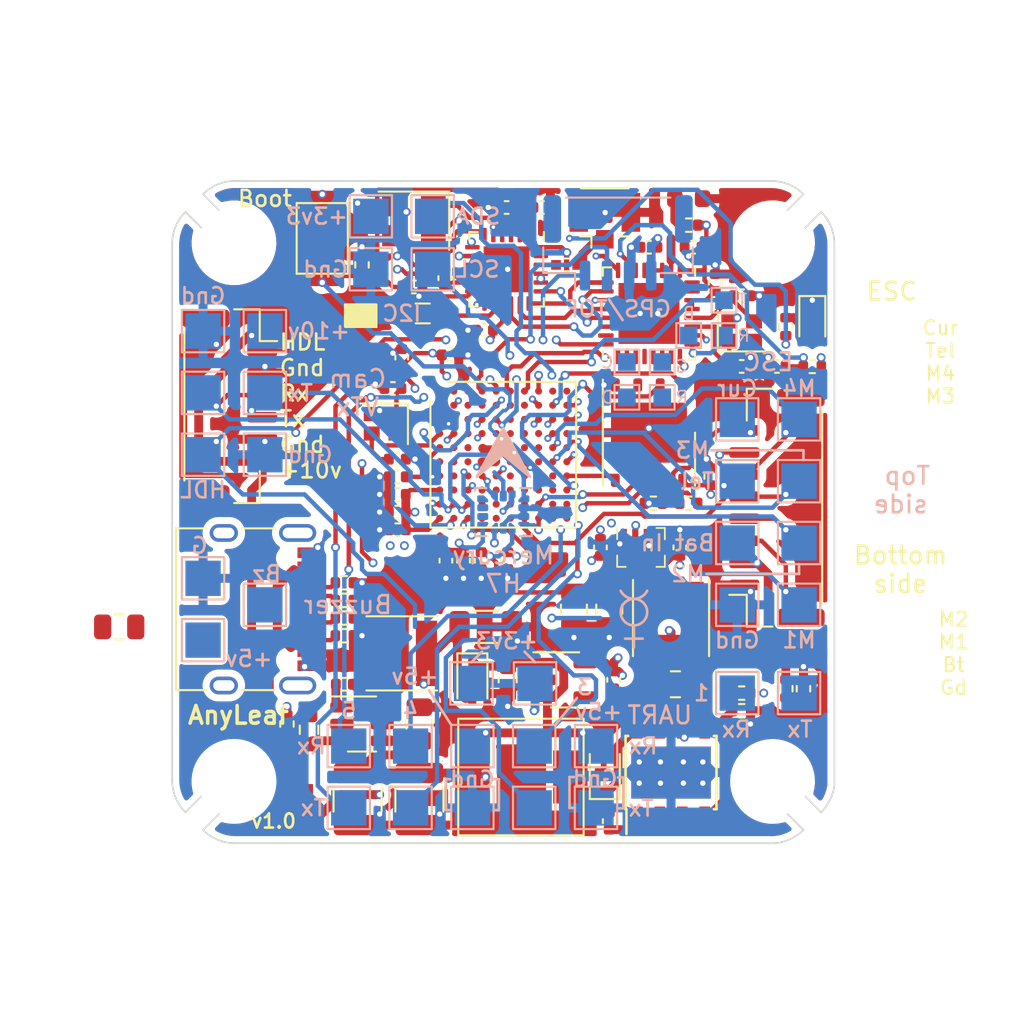
<source format=kicad_pcb>
(kicad_pcb (version 20211014) (generator pcbnew)
  (layers (0 "F.Cu" signal) (1 "In1.Cu" power) (2 "In2.Cu" power) (31 "B.Cu" signal) (34 "B.Paste" user) (35 "F.Paste" user) (36 "B.SilkS" user "B.Silkscreen") (37 "F.SilkS" user "F.Silkscreen") (38 "B.Mask" user) (39 "F.Mask" user) (44 "Edge.Cuts" user))
  (net 0 "")
  (net 1 "/SCK_1")
  (net 2 "/MISO_1")
  (net 3 "/MOSI_1")
  (net 4 "/NRST")
  (net 5 "Net-(J18-PadA5)")
  (net 6 "Net-(J18-PadA6)")
  (net 7 "Net-(J18-PadA7)")
  (net 8 "GND")
  (net 9 "+3V3")
  (net 11 "/IMU_INTERRUPT")
  (net 12 "/CS_IMU")
  (net 13 "/SWCLK")
  (net 14 "+5V")
  (net 15 "+BATT")
  (net 19 "/OSC_IN")
  (net 20 "/BOOT0")
  (net 22 "/OSC_OUT")
  (net 23 "/CURRENT")
  (net 24 "/SCL2")
  (net 25 "/SDA2")
  (net 26 "/BAT_IN")
  (net 27 "/SCL1")
  (net 28 "/SDA1")
  (net 29 "/UART1_TX")
  (net 30 "/UART1_RX")
  (net 31 "/UART2_TX")
  (net 32 "/UART2_RX")
  (net 33 "/UART3_TX")
  (net 34 "/UART3_RX")
  (net 35 "/UART4_TX")
  (net 36 "/UART4_RX")
  (net 37 "Net-(D1-Pad2)")
  (net 38 "Net-(F1-Pad2)")
  (net 39 "/IMU_pwr")
  (net 40 "/USB_DP")
  (net 41 "/USB_DN")
  (net 42 "Net-(D3-Pad2)")
  (net 43 "Net-(U8-Pad4)")
  (net 44 "/CS_FLASH")
  (net 45 "Net-(J18-PadB5)")
  (net 46 "/SWDIO")
  (net 47 "/MOSI_2")
  (net 48 "/SCK_2")
  (net 49 "/MISO_2")
  (net 50 "/M2")
  (net 51 "/M1")
  (net 52 "/M4")
  (net 53 "/M3")
  (net 54 "/BATT_DIV")
  (net 55 "/CUR_DIV")
  (net 56 "Net-(U8-Pad6)")
  (net 59 "/CS_ELRS")
  (net 60 "/V_DCC2")
  (net 61 "/ELRS_BUSY")
  (net 62 "Net-(J5-Pad1)")
  (net 65 "/BUZZER_PWM")
  (net 66 "/ELRS_DIO")
  (net 68 "/V_DCC")
  (net 69 "Net-(U6-Pad1)")
  (net 70 "Net-(C19-Pad2)")
  (net 71 "+10V")
  (net 72 "/UART8_TX")
  (net 73 "/UART8_RX")
  (net 98 "/QSPI2_IO3")
  (net 99 "/QSPI2_IO2")
  (net 119 "Net-(C32-Pad2)")
  (net 120 "Net-(D6-Pad2)")
  (net 121 "Net-(C33-Pad2)")
  (net 122 "/ELRS_RST")
  (net 129 "Net-(C34-Pad1)")
  (net 135 "unconnected-(U1-PadC5)")
  (net 136 "/ANT_TRACE")
  (net 137 "/SCK_ELRS")
  (net 138 "/MISO_ELRS")
  (net 139 "/MOSI_ELRS")
  (net 140 "/TX_ELRS")
  (net 141 "/RX_ELRS")
  (net 144 "Net-(C39-Pad1)")
  (net 145 "Net-(C39-Pad2)")
  (net 147 "/ELRS_LED")
  (net 148 "Net-(R10-Pad2)")
  (net 149 "Net-(C15-Pad1)")
  (net 150 "Net-(C20-Pad1)")
  (net 151 "Net-(L2-Pad1)")
  (net 152 "Net-(R8-Pad1)")
  (net 153 "/ELRS_BOOT")
  (footprint "Connector_JST:JST_GH_SM08B-GHS-TB_1x08-1MP_P1.25mm_Horizontal" (layer "F.Cu") (at 152.5 87.25 90)
    (fp_text reference "J19" hide)
    (fp_text value "Conn_01x08_Male")
  )
  (footprint "Capacitor_SMD:C_1206_3216Metric" (layer "F.Cu") (at 136 94)
    (fp_text reference "C20" hide)
    (fp_text value "100uF 6.3V")
  )
  (footprint "Inductor_SMD:L_0805_2012Metric" (layer "F.Cu") (at 132.4375 76.25)
    (fp_text reference "L3" hide)
    (fp_text value "15u")
  )
  (footprint "Capacitor_SMD:C_0402_1005Metric" (layer "F.Cu") (at 150.52 75.25 180)
    (fp_text reference "C33" hide)
    (fp_text value "10p")
  )
  (footprint "Resistor_SMD:R_0402_1005Metric" (layer "F.Cu") (at 128 91.5)
    (fp_text reference "R2" hide)
    (fp_text value "5.1K")
  )
  (footprint "Capacitor_SMD:C_0805_2012Metric" (layer "F.Cu") (at 146.75 97.25)
    (fp_text reference "C38" hide)
    (fp_text value "4.7uF 50v")
  )
  (footprint "Capacitor_SMD:C_0402_1005Metric" (layer "F.Cu") (at 142.5 89.5 90)
    (fp_text reference "C5" hide)
    (fp_text value "100n")
  )
  (footprint "Resistor_SMD:R_0402_1005Metric" (layer "F.Cu") (at 150.5 97.75)
    (fp_text reference "R7" hide)
    (fp_text value "10k")
  )
  (footprint "Capacitor_SMD:C_0603_1608Metric" (layer "F.Cu") (at 137.25 97 90)
    (fp_text reference "C7" hide)
    (fp_text value "1u 50V")
  )
  (footprint "Capacitor_SMD:C_0402_1005Metric" (layer "F.Cu") (at 131 85.5)
    (fp_text reference "C18" hide)
    (fp_text value "100n")
  )
  (footprint "Anyleaf_Shared:2450FM07D0034" (layer "F.Cu") (at 140.5875 73.5)
    (fp_text reference "U6" hide)
    (fp_text value "2450FM07D0034T")
  )
  (footprint "Capacitor_SMD:C_0402_1005Metric" (layer "F.Cu") (at 150.5 79.25 180)
    (fp_text reference "C32" hide)
    (fp_text value "10p")
  )
  (footprint "Capacitor_SMD:C_0805_2012Metric" (layer "F.Cu") (at 143 93 90)
    (fp_text reference "C25" hide)
    (fp_text value "100u")
  )
  (footprint "Capacitor_SMD:C_0402_1005Metric" (layer "F.Cu") (at 152.5 79.25 180)
    (fp_text reference "C34" hide)
    (fp_text value "1u 25v")
  )
  (footprint "Capacitor_SMD:C_0402_1005Metric" (layer "F.Cu") (at 139.1875 70.25 180)
    (fp_text reference "C19" hide)
    (fp_text value "10n")
  )
  (footprint "Resistor_SMD:R_0402_1005Metric" (layer "F.Cu") (at 129 73.5 -90)
    (fp_text reference "R1" hide)
    (fp_text value "10k")
  )
  (footprint "Capacitor_SMD:C_0402_1005Metric" (layer "F.Cu") (at 131.25 78.75 -90)
    (fp_text reference "C16" hide)
    (fp_text value "100n")
  )
  (footprint "Capacitor_SMD:C_0402_1005Metric" (layer "F.Cu") (at 137.25 90.25 90)
    (fp_text reference "C12" hide)
    (fp_text value "100n")
  )
  (footprint "Capacitor_SMD:C_0402_1005Metric" (layer "F.Cu") (at 147 89.5 -90)
    (fp_text reference "C2" hide)
    (fp_text value "100n")
  )
  (footprint "LED_SMD:LED_0603_1608Metric" (layer "F.Cu") (at 147.5 69.75 180)
    (fp_text reference "D3" hide)
    (fp_text value "LED")
  )
  (footprint "MountingHole:MountingHole_3.2mm_M3" (layer "F.Cu") (at 121.75 102.75)
    (fp_text reference "H3" hide)
    (fp_text value "MountingHole")
  )
  (footprint "Resistor_SMD:R_0402_1005Metric" (layer "F.Cu") (at 153 77 -90)
    (fp_text reference "R9" hide)
    (fp_text value "3.3k")
  )
  (footprint "Package_SO:TI_SO-PowerPAD-8_ThermalVias" (layer "F.Cu") (at 146.5 102.25 90)
    (fp_text reference "U12" hide)
    (fp_text value "TPS5430DDA 3A 36v")
  )
  (footprint "Diode_SMD:D_SOD-323" (layer "F.Cu") (at 126 104.25 90)
    (fp_text reference "D1" hide)
    (fp_text value "40v 1A B5819WS")
  )
  (footprint "Capacitor_SMD:C_0402_1005Metric" (layer "F.Cu") (at 147.75 72.5)
    (fp_text reference "C36" hide)
    (fp_text value "10u")
  )
  (footprint "Diode_SMD:D_SOD-323" (layer "F.Cu") (at 142.75 102.25 90)
    (fp_text reference "D7" hide)
    (fp_text value "40v 1A B5819WS")
  )
  (footprint "Capacitor_SMD:C_0402_1005Metric" (layer "F.Cu") (at 135.9375 77.2)
    (fp_text reference "C30" hide)
    (fp_text value "100n")
  )
  (footprint "Resistor_SMD:R_0402_1005Metric" (layer "F.Cu") (at 154.5 79.25)
    (fp_text reference "R6" hide)
    (fp_text value "10k")
  )
  (footprint "Resistor_SMD:R_0402_1005Metric" (layer "F.Cu") (at 154 97.5 -90)
    (fp_text reference "R14" hide)
    (fp_text value "1.5k")
  )
  (footprint "Capacitor_SMD:C_1210_3225Metric" (layer "F.Cu") (at 128.75 103.75 -90)
    (fp_text reference "C41" hide)
    (fp_text value "47uF 16V")
  )
  (footprint "Resistor_SMD:R_0402_1005Metric" (layer "F.Cu") (at 128 94.5)
    (fp_text reference "R3" hide)
    (fp_text value "5.1K")
  )
  (footprint "Capacitor_SMD:C_0402_1005Metric" (layer "F.Cu") (at 148.75 85.5 90)
    (fp_text reference "C23" hide)
    (fp_text value "100n")
  )
  (footprint "Anyleaf_Shared:SMNR4020 inductor" (layer "F.Cu") (at 146.5 93.5 90)
    (fp_text reference "L1" hide)
    (fp_text value "100u 450mA")
  )
  (footprint "LED_SMD:LED_0603_1608Metric" (layer "F.Cu") (at 154.5 76.75 -90)
    (fp_text reference "D6" hide)
    (fp_text value "LED")
  )
  (footprint "Capacitor_SMD:C_1210_3225Metric" (layer "F.Cu") (at 132.25 103.75 -90)
    (fp_text reference "C40" hide)
    (fp_text value "47uF 16V")
  )
  (footprint "Capacitor_SMD:C_0402_1005Metric" (layer "F.Cu") (at 134 78.6 180)
    (fp_text reference "C10" hide)
    (fp_text value "100n")
  )
  (footprint "Capacitor_SMD:C_0805_2012Metric" (layer "F.Cu") (at 132.25 99.5 -90)
    (fp_text reference "C14" hide)
    (fp_text value "22uF 25v")
  )
  (footprint "Capacitor_SMD:C_0402_1005Metric" (layer "F.Cu") (at 133.6875 74.25 -90)
    (fp_text reference "C29" hide)
    (fp_text value "100n")
  )
  (footprint "Resistor_SMD:R_0402_1005Metric" (layer "F.Cu") (at 147.5 71.25)
    (fp_text reference "R12" hide)
    (fp_text value "3.3k")
  )
  (footprint "MountingHole:MountingHole_3.2mm_M3" (layer "F.Cu") (at 121.75 72.25)
    (fp_text reference "H1" hide)
    (fp_text value "MountingHole")
  )
  (footprint "Fuse:Fuse_0805_2012Metric" (layer "F.Cu") (at 115.25 94 180)
    (fp_text reference "F1" hide)
    (fp_text value "6V, 2.2A")
  )
  (footprint "Capacitor_SMD:C_0402_1005Metric" (layer "F.Cu") (at 145.25 72.5 180)
    (fp_text reference "C37" hide)
    (fp_text value "1u 25v")
  )
  (footprint "Package_TO_SOT_SMD:TSOT-23-5" (layer "F.Cu") (at 140.5 97)
    (fp_text reference "U4" hide)
    (fp_text value "3V3")
  )
  (footprint "Inductor_SMD:L_Taiyo-Yuden_MD-4040" (layer "F.Cu") (at 131.25 95.5)
    (fp_text reference "L2" hide)
    (fp_text value "10u 2A")
  )
  (footprint "Diode_SMD:D_SOD-323" (layer "F.Cu") (at 135.25 97 -90)
    (fp_text reference "D5" hide)
    (fp_text value "40v 1A B5819WS")
  )
  (footprint "Resistor_SMD:R_0402_1005Metric" (layer "F.Cu") (at 128 93.5)
    (fp_text reference "R5" hide)
    (fp_text value "22")
  )
  (footprint "Capacitor_SMD:C_0402_1005Metric" (layer "F.Cu") (at 133.75 90.25 90)
    (fp_text reference "C1" hide)
    (fp_text value "2.2u")
  )
  (footprint "MountingHole:MountingHole_3.2mm_M3" (layer "F.Cu") (at 152.25 102.75)
    (fp_text reference "H4" hide)
    (fp_text value "MountingHole")
  )
  (footprint "Resistor_SMD:R_0402_1005Metric" (layer "F.Cu") (at 124.75 99.5 90)
    (fp_text reference "R8" hide)
    (fp_text value "100k")
  )
  (footprint "Capacitor_SMD:C_0402_1005Metric" (layer "F.Cu") (at 128 97.25)
    (fp_text reference "C15" hide)
    (fp_text value "22n")
  )
  (footprint "Resistor_SMD:R_0402_1005Metric" (layer "F.Cu") (at 128 92.5)
    (fp_text reference "R4" hide)
    (fp_text value "22")
  )
  (footprint "Capacitor_SMD:C_0402_1005Metric" (layer "F.Cu") (at 131.9375 74.75)
    (fp_text reference "C26" hide)
    (fp_text value "470n, 10V")
  )
  (footprint "Capacitor_SMD:C_0402_1005Metric" (layer "F.Cu") (at 143.25 97 90)
    (fp_text reference "C8" hide)
    (fp_text value "2.2u")
  )
  (footprint "Connector_JST:JST_GH_SM06B-GHS-TB_1x06-1MP_P1.25mm_Horizontal" (layer "F.Cu") (at 121.5 81.5 -90)
    (fp_text reference "J6" hide)
    (fp_text value "Conn_01x06_Male")
  )
  (footprint "Crystal:Crystal_SMD_2016-4Pin_2.0x1.6mm" (layer "F.Cu") (at 130.25 82.5 180)
    (fp_text reference "Y1" hide)
    (fp_text value "16M")
  )
  (footprint "Capacitor_SMD:C_0402_1005Metric" (layer "F.Cu") (at 131 88.5)
    (fp_text reference "C11" hide)
    (fp_text value "100n")
  )
  (footprint "Capacitor_SMD:C_0402_1005Metric" (layer "F.Cu") (at 137.1875 70.25)
    (fp_text reference "C28" hide)
    (fp_text value "10n")
  )
  (footprint "Capacitor_SMD:C_0402_1005Metric" (layer "F.Cu") (at 131 84.5 180)
    (fp_text reference "C9" hide)
    (fp_text value "6.8p")
  )
  (footprint "Resistor_SMD:R_0402_1005Metric" (layer "F.Cu") (at 147.5 87)
    (fp_text reference "R16" hide)
    (fp_text value "15k")
  )
  (footprint "Crystal:Crystal_SMD_3225-4Pin_3.2x2.5mm" (layer "F.Cu") (at 131.9375 71 180)
    (fp_text reference "Y2" hide)
    (fp_text value "52Mhz, 12pF")
  )
  (footprint "Package_DFN_QFN:QFN-24-1EP_4x4mm_P0.5mm_EP2.6x2.6mm" (layer "F.Cu") (at 137.1875 73.75 -90)
    (fp_text reference "U8" hide)
    (fp_text value "SX1281")
  )
  (footprint "Capacitor_SMD:C_0402_1005Metric" (layer "F.Cu") (at 143 105 90)
    (fp_text reference "C39" hide)
    (fp_text value "10n")
  )
  (footprint "Capacitor_SMD:C_0402_1005Metric" (layer "F.Cu") (at 131 87.5)
    (fp_text reference "C17" hide)
    (fp_text value "100n")
  )
  (footprint "Resistor_SMD:R_0402_1005Metric" (layer "F.Cu") (at 150.5 98.75 180)
    (fp_text reference "R10" hide)
    (fp_text value "1.4k")
  )
  (footprint "Resistor_SMD:R_0603_1608Metric" (layer "F.Cu") (at 126 99.825 -90)
    (fp_text reference "R11" hide)
    (fp_text value "13k")
  )
  (footprint "Capacitor_SMD:C_0402_1005Metric" (layer "F.Cu") (at 131 86.5)
    (fp_text reference "C13" hide)
    (fp_text value "100n")
  )
  (footprint "Diode_SMD:D_SOD-323" (layer "F.Cu") (at 154 95.5)
    (fp_text reference "D4" hide)
    (fp_text value "SOD24-7 26V breakdown")
  )
  (footprint "Resistor_SMD:R_0402_1005Metric" (layer "F.Cu") (at 153 97.5 90)
    (fp_text reference "R13" hide)
    (fp_text value "15k")
  )
  (footprint "Resistor_SMD:R_0402_1005Metric" (layer "F.Cu") (at 145.5 87)
    (fp_text reference "R18" hide)
    (fp_text value "1.5k")
  )
  (footprint "Capacitor_SMD:C_0402_1005Metric" (layer "F.Cu") (at 134.75 90.25 90)
    (fp_text reference "C3" hide)
    (fp_text value "100n")
  )
  (footprint "Package_DFN_QFN:QFN-32-1EP_5x5mm_P0.5mm_EP3.45x3.45mm" (layer "F.Cu") (at 145.25 76.25 -90)
    (fp_text reference "U10" hide)
    (fp_text value "ESP8285")
  )
  (footprint "Package_SON:WSON-8-1EP_6x5mm_P1.27mm_EP3.4x4.3mm" (layer "F.Cu") (at 145.25 83 -90)
    (fp_text reference "U7" hide)
    (fp_text value "W25Q80DVUXIE TR (16M)")
  )
  (footprint "Capacitor_SMD:C_0402_1005Metric" (layer "F.Cu") (at 149 74.5 -90)
    (fp_text reference "C35" hide)
    (fp_text value "100n")
  )
  (footprint "Package_BGA:TFBGA-100_8x8mm_Layout10x10_P0.8mm" (layer "F.Cu") (at 137 84.25)
    (fp_text reference "U1" hide)
    (fp_text value "STM32H723VGH6")
  )
  (footprint "Crystal:Crystal_SMD_2016-4Pin_2.0x1.6mm" (layer "F.Cu") (at 150.5 77.25)
    (fp_text reference "Y3" hide)
    (fp_text value "40M")
  )
  (footprint "Capacitor_SMD:C_0402_1005Metric" (layer "F.Cu") (at 130.75 80.5)
    (fp_text reference "C6" hide)
    (fp_text value "12p")
  )
  (footprint "Anyleaf_Shared:SW-SMD-2_3.6x6.0x8.0" (layer "F.Cu") (at 126.75 72 90)
    (fp_text reference "SW1" hide)
    (fp_text value "SW_DIP_x01")
  )
  (footprint "Package_TO_SOT_SMD:SOT-23-6" (layer "F.Cu") (at 129 99.5)
    (fp_text reference "U5" hide)
    (fp_text value "MT2492 600kHz 16v 2A")
  )
  (footprint "Connector_Coaxial:U.FL_Hirose_U.FL-R-SMT-1_Vertical" (layer "F.Cu") (at 142.75 71 90)
    (fp_text reference "J5" hide)
    (fp_text value "Conn_Coaxial")
  )
  (footprint "Capacitor_SMD:C_0805_2012Metric" (layer "F.Cu") (at 141 93 90)
    (fp_text reference "C31" hide)
    (fp_text value "100u")
  )
  (footprint "Capacitor_SMD:C_0402_1005Metric" (layer "F.Cu") (at 135.75 90.25 -90)
    (fp_text reference "C4" hide)
    (fp_text value "10n")
  )
  (footprint "Package_LGA:Bosch_LGA-8_2x2.5mm_P0.65mm_ClockwisePinNumbering" (layer "F.Cu") (at 144.8 89.5)
    (fp_text reference "U3" hide)
    (fp_text value "DPS310")
  )
  (footprint "Connector_USB:USB_C_Receptacle_XKB_U262-16XN-4BVC11" (layer "F.Cu") (at 122.25 93 -90)
    (fp_text reference "J18" hide)
    (fp_text value "USB_C_Receptacle_USB2.0")
  )
  (footprint "MountingHole:MountingHole_3.2mm_M3" (layer "F.Cu") (at 152.25 72.25)
    (fp_text reference "H2" hide)
    (fp_text value "MountingHole")
  )
  (footprint "Anyleaf_Shared:SLO0630H150MTT inductor" (layer "F.Cu") (at 138 102.5 180)
    (fp_text reference "L5" hide)
    (fp_text value "15u 3A")
  )
  (footprint "TestPoint:TestPoint_Pad_1.0x1.0mm" (layer "B.Cu") (at 146 79 180)
    (fp_text reference "J27" hide)
    (fp_text value "Conn_01x01_Female")
  )
  (footprint "TestPoint:TestPoint_Pad_1.0x1.0mm" (layer "B.Cu") (at 144 79 180)
    (fp_text reference "J35" hide)
    (fp_text value "Conn_01x01_Female")
  )
  (footprint "TestPoint:TestPoint_Pad_1.0x1.0mm" (layer "B.Cu") (at 146 81 180)
    (fp_text reference "J36" hide)
    (fp_text value "Conn_01x01_Female")
  )
  (footprint "TestPoint:TestPoint_Pad_2.0x2.0mm" (layer "B.Cu") (at 128.25 100.75 180)
    (fp_text reference "J14" hide)
    (fp_text value "Conn_01x01_Female")
  )
  (footprint "TestPoint:TestPoint_Pad_2.0x2.0mm" (layer "B.Cu") (at 150.25 97.75 180)
    (fp_text reference "J45" hide)
    (fp_text value "Conn_01x01_Female")
  )
  (footprint "TestPoint:TestPoint_Pad_2.0x2.0mm" (layer "B.Cu") (at 128.25 104.25 180)
    (fp_text reference "J2" hide)
    (fp_text value "Conn_01x01_Female")
  )
  (footprint "TestPoint:TestPoint_Pad_2.0x2.0mm" (layer "B.Cu") (at 150.25 82.25 180)
    (fp_text reference "J21" hide)
    (fp_text value "Conn_01x01_Female")
  )
  (footprint "TestPoint:TestPoint_Pad_2.0x2.0mm" (layer "B.Cu") (at 153.75 92.75 180)
    (fp_text reference "J8" hide)
    (fp_text value "Conn_01x01_Female")
  )
  (footprint "TestPoint:TestPoint_Pad_2.0x2.0mm" (layer "B.Cu") (at 150.25 89.25 180)
    (fp_text reference "J9" hide)
    (fp_text value "Conn_01x01_Female")
  )
  (footprint "TestPoint:TestPoint_Pad_2.0x2.0mm" (layer "B.Cu") (at 120 77.25 180)
    (fp_text reference "J26" hide)
    (fp_text value "Conn_01x01_Female")
  )
  (footprint "TestPoint:TestPoint_Pad_2.0x2.0mm" (layer "B.Cu") (at 123.5 84.25 180)
    (fp_text reference "J29" hide)
    (fp_text value "Conn_01x01_Female")
  )
  (footprint "TestPoint:TestPoint_Pad_2.0x2.0mm" (layer "B.Cu") (at 131.75 104.25 180)
    (fp_text reference "J42" hide)
    (fp_text value "Conn_01x01_Female")
  )
  (footprint "TestPoint:TestPoint_Pad_2.0x2.0mm" (layer "B.Cu") (at 153.75 89.25 180)
    (fp_text reference "J7" hide)
    (fp_text value "Conn_01x01_Female")
  )
  (footprint "TestPoint:TestPoint_Pad_2.0x2.0mm" (layer "B.Cu") (at 120 84.25 180)
    (fp_text reference "J4" hide)
    (fp_text value "Conn_01x01_Female")
  )
  (footprint "TestPoint:TestPoint_Pad_1.0x1.0mm" (layer "B.Cu") (at 149.5 75.5 180)
    (fp_text reference "J1" hide)
    (fp_text value "Conn_01x01_Female")
  )
  (footprint "TestPoint:TestPoint_Pad_2.0x2.0mm" (layer "B.Cu") (at 135.2 97.2 180)
    (fp_text reference "J32" hide)
    (fp_text value "Conn_01x01_Female")
  )
  (footprint "TestPoint:TestPoint_Pad_2.0x2.0mm" (layer "B.Cu") (at 131.75 100.75 180)
    (fp_text reference "J43" hide)
    (fp_text value "Conn_01x01_Female")
  )
  (footprint "Connector_JST:JST_GH_SM04B-GHS-TB_1x04-1MP_P1.25mm_Horizontal" (layer "B.Cu") (at 143.5 72.25)
    (fp_text reference "J11" hide)
    (fp_text value "Conn_01x04_Male")
  )
  (footprint "TestPoint:TestPoint_Pad_1.0x1.0mm" (layer "B.Cu") (at 144 81 180)
    (fp_text reference "J34" hide)
    (fp_text value "Conn_01x01_Female")
  )
  (footprint "TestPoint:TestPoint_Pad_2.0x2.0mm" (layer "B.Cu") (at 138.75 104.25 180)
    (fp_text reference "J40" hide)
    (fp_text value "Conn_01x01_Female")
  )
  (footprint "TestPoint:TestPoint_Pad_2.0x2.0mm" (layer "B.Cu") (at 135.25 104.25 180)
    (fp_text reference "J17" hide)
    (fp_text value "Conn_01x01_Female")
  )
  (footprint "TestPoint:TestPoint_Pad_2.0x2.0mm" (layer "B.Cu") (at 150.25 85.75 180)
    (fp_text reference "J22" hide)
    (fp_text value "Conn_01x01_Female")
  )
  (footprint "TestPoint:TestPoint_Pad_2.0x2.0mm" (layer "B.Cu") (at 138.8 97.2 180)
    (fp_text reference "J15" hide)
    (fp_text value "Conn_01x01_Female")
  )
  (footprint "TestPoint:TestPoint_Pad_2.0x2.0mm" (layer "B.Cu") (at 135.25 100.75 180)
    (fp_text reference "J16" hide)
    (fp_text value "Conn_01x01_Female")
  )
  (footprint "TestPoint:TestPoint_Pad_2.0x2.0mm" (layer "B.Cu") (at 120 80.75 180)
    (fp_text reference "J28" hide)
    (fp_text value "Conn_01x01_Female")
  )
  (footprint "TestPoint:TestPoint_Pad_2.0x2.0mm" (layer "B.Cu") (at 123.5 80.75 180)
    (fp_text reference "J13" hide)
    (fp_text value "Conn_01x01_Female")
  )
  (footprint "TestPoint:TestPoint_Pad_2.0x2.0mm" (layer "B.Cu") (at 120 91.25 180)
    (fp_text reference "J3" hide)
    (fp_text value "Conn_01x01_Female")
  )
  (footprint "TestPoint:TestPoint_Pad_2.0x2.0mm" (layer "B.Cu") (at 120 94.75 180)
    (fp_text reference "J37" hide)
    (fp_text value "Conn_01x01_Female")
  )
  (footprint "TestPoint:TestPoint_Pad_2.0x2.0mm" (layer "B.Cu") (at 133 73.75 180)
    (fp_text reference "J49" hide)
    (fp_text value "Conn_01x01_Female")
  )
  (footprint "TestPoint:TestPoint_Pad_1.0x1.0mm" (layer "B.Cu") (at 149.5 77.5 180)
    (fp_text reference "J20" hide)
    (fp_text value "Conn_01x01_Female")
  )
  (footprint "TestPoint:TestPoint_Pad_2.0x2.0mm" (layer "B.Cu") (at 142.25 104.25 180)
    (fp_text reference "J33" hide)
    (fp_text value "Conn_01x01_Female")
  )
  (footprint "Package_LGA:LGA-14_3x2.5mm_P0.5mm_LayoutBorder3x4y" (layer "B.Cu") (at 137 87.5 180)
    (fp_text reference "U2" hide)
    (fp_text value "ICM-42605")
  )
  (footprint "TestPoint:TestPoint_Pad_2.0x2.0mm" (layer "B.Cu") (at 153.75 97.75 180)
    (fp_text reference "J44" hide)
    (fp_text value "Conn_01x01_Female")
  )
  (footprint "TestPoint:TestPoint_Pad_2.0x2.0mm" (layer "B.Cu") (at 123.5 77.25 180)
    (fp_text reference "J25" hide)
    (fp_text value "Conn_01x01_Female")
  )
  (footprint "TestPoint:TestPoint_Pad_2.0x2.0mm" (layer "B.Cu") (at 129.5 73.75 180)
    (fp_text reference "J48" hide)
    (fp_text value "Conn_01x01_Female")
  )
  (footprint "TestPoint:TestPoint_Pad_2.0x2.0mm" (layer "B.Cu") (at 138.75 100.75 180)
    (fp_text reference "J41" hide)
    (fp_text value "Conn_01x01_Female")
  )
  (footprint "TestPoint:TestPoint_Pad_2.0x2.0mm" (layer "B.Cu") (at 153.75 85.75 180)
    (fp_text reference "J24" hide)
    (fp_text value "Conn_01x01_Female")
  )
  (footprint "TestPoint:TestPoint_Pad_2.0x2.0mm" (layer "B.Cu") (at 142.25 100.75 180)
    (fp_text reference "J47" hide)
    (fp_text value "Conn_01x01_Female")
  )
  (footprint "TestPoint:TestPoint_Pad_1.0x1.0mm" (layer "B.Cu") (at 147.5 77.5 180)
    (fp_text reference "J38" hide)
    (fp_text value "Conn_01x01_Female")
  )
  (footprint "TestPoint:TestPoint_Pad_2.0x2.0mm" (layer "B.Cu") (at 150.25 92.75 180)
    (fp_text reference "J10" hide)
    (fp_text value "Conn_01x01_Female")
  )
  (footprint "TestPoint:TestPoint_Pad_2.0x2.0mm" (layer "B.Cu") (at 133 70.75 180)
    (fp_text reference "J50" hide)
    (fp_text value "Conn_01x01_Female")
  )
  (footprint "TestPoint:TestPoint_Pad_2.0x2.0mm" (layer "B.Cu") (at 129.5 70.75 180)
    (fp_text reference "J30" hide)
    (fp_text value "Conn_01x01_Female")
  )
  (footprint "TestPoint:TestPoint_Pad_2.0x2.0mm" (layer "B.Cu") (at 153.75 82.25 180)
    (fp_text reference "J23" hide)
    (fp_text value "Conn_01x01_Female")
  )
  (footprint "TestPoint:TestPoint_Pad_2.0x2.0mm" (layer "B.Cu") (at 123.5 92.75 180)
    (fp_text reference "J31" hide)
    (fp_text value "Conn_01x01_Female")
  )
  (gr_line (start 143.5 102.525) (end 143.8 102.525) (layer "B.SilkS") (width 0.15))
  (gr_line (start 154 84) (end 148.75 84) (layer "B.SilkS") (width 0.15))
  (gr_line (start 135.8 95.4) (end 135.2 96) (layer "B.SilkS") (width 0.15))
  (gr_line (start 153.75 90.45) (end 153.75 91) (layer "B.SilkS") (width 0.15))
  (gr_line (start 154 84) (end 154 84.55) (layer "B.SilkS") (width 0.15))
  (gr_line (start 141.175 98.025) (end 139.95 99.55) (layer "B.SilkS") (width 0.15))
  (gr_poly (pts (xy 138.5 85.5) (xy 137 84.25) (xy 135.5 85.5) (xy 137 82.75)) (layer "B.SilkS") (width 0.15) (fill solid))
  (gr_circle (center 144.4 93.16438) (end 145.15 93.16438) (layer "B.SilkS") (width 0.15) (fill none))
  (gr_arc (start 145.15 91.958805) (mid 144.4 92.412862) (end 143.65 91.958805) (layer "B.SilkS") (width 0.15))
  (gr_line (start 143.5 104.275) (end 143.8 104.275) (layer "B.SilkS") (width 0.15))
  (gr_line (start 136.75 102.625) (end 136.75 104.375) (layer "B.SilkS") (width 0.15))
  (gr_line (start 134 102.625) (end 133.75 102.625) (layer "B.SilkS") (width 0.15))
  (gr_line (start 144.9 94.665911) (end 143.9 94.665911) (layer "B.SilkS") (width 0.15))
  (gr_line (start 143.8 102.525) (end 143.8 104.275) (layer "B.SilkS") (width 0.15))
  (gr_line (start 140.75 102.5) (end 140.75 104.25) (layer "B.SilkS") (width 0.15))
  (gr_line (start 140.75 104.25) (end 141.05 104.25) (layer "B.SilkS") (width 0.15))
  (gr_line (start 153.75 91) (end 148.5 91) (layer "B.SilkS") (width 0.15))
  (gr_line (start 138.2 95.4) (end 138.8 96) (layer "B.SilkS") (width 0.15))
  (gr_line (start 136.45 104.375) (end 136.75 104.375) (layer "B.SilkS") (width 0.15))
  (gr_line (start 133.75 102.625) (end 133.75 104.375) (layer "B.SilkS") (width 0.15))
  (gr_line (start 144.4 94) (end 144.4 95.165911) (layer "B.SilkS") (width 0.15))
  (gr_line (start 141 102.5) (end 140.75 102.5) (layer "B.SilkS") (width 0.15))
  (gr_line (start 132.8 97.6) (end 134.05 99.55) (layer "B.SilkS") (width 0.15))
  (gr_line (start 133.75 104.375) (end 134.05 104.375) (layer "B.SilkS") (width 0.15))
  (gr_line (start 136.45 102.625) (end 136.75 102.625) (layer "B.SilkS") (width 0.15))
  (gr_poly (pts (xy 129.8 75.75) (xy 129.8 77) (xy 128.05 77) (xy 128.05 75.75)) (layer "F.SilkS") (width 0.15) (fill solid))
  (gr_line (start 119 104.5) (end 120.5 103) (layer "Edge.Cuts") (width 0.1))
  (gr_line (start 154 105.5) (end 152.5 104) (layer "Edge.Cuts") (width 0.1))
  (gr_line (start 121.5 104) (end 120 105.5) (layer "Edge.Cuts") (width 0.1))
  (gr_arc (start 155 70.5) (mid 155.543506 71.302783) (end 155.75 72.25) (layer "Edge.Cuts") (width 0.1))
  (gr_arc (start 154 105.5) (mid 153.081228 106.091609) (end 152 106.25) (layer "Edge.Cuts") (width 0.1))
  (gr_line (start 155 70.5) (end 153.5 72) (layer "Edge.Cuts") (width 0.1))
  (gr_line (start 120 69.5) (end 121.5 71) (layer "Edge.Cuts") (width 0.1))
  (gr_line (start 152 106.25) (end 121.75 106.25) (layer "Edge.Cuts") (width 0.1))
  (gr_line (start 155.75 72.25) (end 155.75 103) (layer "Edge.Cuts") (width 0.1))
  (gr_arc (start 118.25 72.25) (mid 118.45649 71.302782) (end 119 70.5) (layer "Edge.Cuts") (width 0.1))
  (gr_arc (start 152.25 68.75) (mid 153.19722 68.956487) (end 154 69.5) (layer "Edge.Cuts") (width 0.1))
  (gr_line (start 154 69.5) (end 152.5 71) (layer "Edge.Cuts") (width 0.1))
  (gr_line (start 152.5 104) (end 153.5 103) (layer "Edge.Cuts") (width 0.1))
  (gr_arc (start 119 104.5) (mid 118.456487 103.69722) (end 118.25 102.75) (layer "Edge.Cuts") (width 0.1))
  (gr_line (start 153.5 103) (end 155 104.5) (layer "Edge.Cuts") (width 0.1))
  (gr_arc (start 120 69.5) (mid 120.918772 68.908391) (end 122 68.75) (layer "Edge.Cuts") (width 0.1))
  (gr_line (start 122 68.75) (end 152.25 68.75) (layer "Edge.Cuts") (width 0.1))
  (gr_line (start 118.25 72.25) (end 118.25 102.75) (layer "Edge.Cuts") (width 0.1))
  (gr_line (start 120.5 72) (end 119 70.5) (layer "Edge.Cuts") (width 0.1))
  (gr_line (start 152.5 71) (end 153.5 72) (layer "Edge.Cuts") (width 0.1))
  (gr_line (start 120.5 103) (end 121.5 104) (layer "Edge.Cuts") (width 0.1))
  (gr_arc (start 121.75 106.25) (mid 120.802783 106.043507) (end 120 105.5) (layer "Edge.Cuts") (width 0.1))
  (gr_line (start 121.5 71) (end 120.5 72) (layer "Edge.Cuts") (width 0.1))
  (gr_arc (start 155.75 103) (mid 155.496708 103.810854) (end 155 104.5) (layer "Edge.Cuts") (width 0.1))
  (gr_text "+10v" (at 124.7 77.25) (layer "B.SilkS") (effects (font (size 0.9 0.9)) (justify right mirror)))
  (gr_text "Bz" (at 123.6 91) (layer "B.SilkS") (effects (font (size 0.9 0.9)) (justify mirror)))
  (gr_text "Rx" (at 127.05 100.75) (layer "B.SilkS") (effects (font (size 0.9 0.9)) (justify left mirror)))
  (gr_text "ESC" (at 152 79) (layer "B.SilkS") (effects (font (size 1 1)) (justify mirror)))
  (gr_text "Tx" (at 144 104.275) (layer "B.SilkS") (effects (font (size 0.9 0.9)) (justify right mirror)))
  (gr_text "Top \nside" (at 159.5 86.25) (layer "B.SilkS") (effects (font (size 1 1)) (justify mirror)))
  (gr_text "+3v3" (at 128.3 70.75) (layer "B.SilkS") (effects (font (size 0.9 0.9)) (justify left mirror)))
  (gr_text "B" (at 147.5 76.25) (layer "B.SilkS") (effects (font (size 0.7 0.7) (thickness 0.1)) (justify mirror)))
  (gr_text "Tx" (at 127.05 104.25) (layer "B.SilkS") (effects (font (size 0.9 0.9)) (justify left mirror)))
  (gr_text "Rx" (at 144 100.75) (layer "B.SilkS") (effects (font (size 0.9 0.9)) (justify right mirror)))
  (gr_text "M2" (at 148.5 91) (layer "B.SilkS") (effects (font (size 0.9 0.9)) (justify left mirror)))
  (gr_text "Tx" (at 124.7 80.75) (layer "B.SilkS") (effects (font (size 0.9 0.9)) (justify right mirror)))
  (gr_text "Rx" (at 150.2 99.8) (layer "B.SilkS") (effects (font (size 0.9 0.9)) (justify mirror)))
  (gr_text "Gnd" (at 150.25 94.75) (layer "B.SilkS") (effects (font (size 0.9 0.9)) (justify mirror)))
  (gr_text "UART" (at 147.8 99) (layer "B.SilkS") (effects (font (size 1 1)) (justify left mirror)))
  (gr_text "+5v" (at 132 96.8) (layer "B.SilkS") (effects (font (size 0.9 0.9)) (justify mirror)))
  (gr_text "R" (at 150.2 77.5) (layer "B.SilkS") (effects (font (size 0.7 0.7) (thickness 0.1)) (justify right mirror)))
  (gr_text "Gnd" (at 142.2 102.6) (layer "B.SilkS") (effects (font (size 0.9 0.9)) (justify mirror)))
  (gr_text "+5v" (at 122.6 95.8) (layer "B.SilkS") (effects (font (size 0.9 0.9)) (justify mirror)))
  (gr_text "R" (at 146.7 81) (layer "B.SilkS") (effects (font (size 0.7 0.7) (thickness 0.1)) (justify right mirror)))
  (gr_text "G" (at 146.7 79.25) (layer "B.SilkS") (effects (font (size 0.7 0.7) (thickness 0.1)) (justify right mirror)))
  (gr_text "5" (at 128.25 98.75) (layer "B.SilkS") (effects (font (size 0.9 0.9)) (justify mirror)))
  (gr_text "Gnd" (at 128.3 73.75) (layer "B.SilkS") (effects (font (size 0.9 0.9)) (justify left mirror)))
  (gr_text "M4" (at 153.75 80.5) (layer "B.SilkS") (effects (font (size 0.9 0.9)) (justify mirror)))
  (gr_text "Buzzer" (at 128.2 92.75) (layer "B.SilkS") (effects (font (size 1 1)) (justify mirror)))
  (gr_text "M1" (at 153.75 94.75) (layer "B.SilkS") (effects (font (size 0.9 0.9)) (justify mirror)))
  (gr_text "SCL" (at 134.2 73.75) (layer "B.SilkS") (effects (font (size 0.9 0.9)) (justify right mirror)))
  (gr_text "T" (at 150.2 75.5) (layer "B.SilkS") (effects (font (size 0.7 0.7) (thickness 0.1)) (justify right mirror)))
  (gr_text "Gnd" (at 120 75.25) (layer "B.SilkS") (effects (font (size 0.9 0.9)) (justify mirror)))
  (gr_text "Tel" (at 149.05 85.75) (layer "B.SilkS") (effects (font (size 0.9 0.9)) (justify left mirror)))
  (gr_text "GPS/TOF" (at 143.5 76) (layer "B.SilkS") (effects (font (size 0.9 0.9)) (justify mirror)))
  (gr_text "4" (at 131.75 98.75) (layer "B.SilkS") (effects (font (size 0.9 0.9)) (justify mirror)))
  (gr_text "HDL\n" (at 120 86.25) (layer "B.SilkS") (effects (font (size 0.9 0.9)) (justify mirror)))
  (gr_text "Cur" (at 150.25 80.5) (layer "B.SilkS") (effects (font (size 0.9 0.9)) (justify mirror)))
  (gr_text "SDA" (at 134.2 70.75) (layer "B.SilkS") (effects (font (size 0.9 0.9)) (justify right mirror)))
  (gr_text "I2C" (at 131.25 76.25) (layer "B.SilkS") (effects (font (size 0.9 0.9)) (justify mirror)))
  (gr_text "Bat In" (at 149.05 89.25) (layer "B.SilkS") (effects (font (size 0.9 0.9)) (justify left mirror)))
  (gr_text "1" (at 148.75 97.75) (layer "B.SilkS") (effects (font (size 0.9 0.9)) (justify left mirror)))
  (gr_text "Mercury\nH7\n" (at 137 90.75) (layer "B.SilkS") (effects (font (size 1 1)) (justify mirror)))
  (gr_text "D" (at 143.3 81) (layer "B.SilkS") (effects (font (size 0.7 0.7) (thickness 0.1)) (justify left mirror)))
  (gr_text "Gnd" (at 124.7 84.25) (layer "B.SilkS") (effects (font (size 0.9 0.9)) (justify right mirror)))
  (gr_text "+5v" (at 142.4 98.8) (layer "B.SilkS") (effects (font (size 0.9 0.9)) (justify mirror)))
  (gr_text "3" (at 141.6 97.4) (layer "B.SilkS") (effects (font (size 0.9 0.9)) (justify mirror)))
  (gr_text "G" (at 119.8 89.4) (layer "B.SilkS") (effects (font (size 0.9 0.9)) (justify mirror)))
  (gr_text "Cam\nVTx" (at 128.75 80.75) (layer "B.SilkS") (effects (font (size 1 1)) (justify mirror)))
  (gr_text "C" (at 143.3 79) (layer "B.SilkS") (effects (font (size 0.7 0.7) (thickness 0.1)) (justify left mirror)))
  (gr_text "M3" (at 148.75 84) (layer "B.SilkS") (effects (font (size 0.9 0.9)) (justify left mirror)))
  (gr_text "+3v3" (at 137.2 94.8) (layer "B.SilkS") (effects (font (size 0.9 0.9)) (justify mirror)))
  (gr_text "Gnd" (at 135.25 102.625) (layer "B.SilkS") (effects (font (size 0.9 0.9)) (justify mirror)))
  (gr_text "Tx" (at 153.8 99.8) (layer "B.SilkS") (effects (font (size 0.9 0.9)) (justify mirror)))
  (gr_text "Bottom\nside" (at 159.5 90.75) (layer "F.SilkS") (effects (font (size 1 1))))
  (gr_text "HDL\nGnd\nRx\nTx\nGnd\n+10v" (at 124.25 81.5) (layer "F.SilkS") (effects (font (size 0.9 0.9)) (justify left)))
  (gr_text "M2\nM1\nBt\nGd" (at 162.5 95.5) (layer "F.SilkS") (effects (font (size 0.8 0.8) (thickness 0.12))))
  (gr_text "ESC" (at 159 75) (layer "F.SilkS") (effects (font (size 1 1))))
  (gr_text "v1.0" (at 124 105) (layer "F.SilkS") (effects (font (size 0.8 0.8))))
  (gr_text "Cur\nTel\nM4\nM3" (at 161.75 79) (layer "F.SilkS") (effects (font (size 0.8 0.8) (thickness 0.12))))
  (gr_text "Boot" (at 123.5 69.75) (layer "F.SilkS") (effects (font (size 0.9 0.9))))
  (gr_text "AnyLeaf" (at 122 99) (layer "F.SilkS") (effects (font (size 1 1) (thickness 0.2))))
  (segment (start 135 86.25) (end 135.25 86) (width 0.25) (layer "F.Cu") (net 1))
  (via (at 135.25 86) (size 0.4) (drill 0.2) (layers "F.Cu" "B.Cu") (net 1))
  (segment (start 137 86.5875) (end 137 85.75) (width 0.25) (layer "B.Cu") (net 1))
  (segment (start 137 85.75) (end 136.5 85.25) (width 0.25) (layer "B.Cu") (net 1))
  (segment (start 135 87.05) (end 134.65 87.4) (width 0.25) (layer "F.Cu") (net 2))
  (via (at 134.65 87.4) (size 0.4) (drill 0.2) (layers "F.Cu" "B.Cu") (net 2))
  (via (at 134.65 87.4) (size 0.4) (drill 0.2) (layers "F.Cu" "B.Cu") (net 2))
  (segment (start 138.1625 85.4125) (end 138.1625 86.75) (width 0.25) (layer "B.Cu") (net 2))
  (segment (start 134.5 84.25) (end 137 84.25) (width 0.25) (layer "B.Cu") (net 2))
  (segment (start 134.65 87.4) (end 134 86.75) (width 0.25) (layer "B.Cu") (net 2))
  (segment (start 134 84.75) (end 134.5 84.25) (width 0.25) (layer "B.Cu") (net 2))
  (segment (start 137 84.25) (end 138.1625 85.4125) (width 0.25) (layer "B.Cu") (net 2))
  (segment (start 134 86.75) (end 134 84.75) (width 0.25) (layer "B.Cu") (net 2))
  (segment (start 135 87.85) (end 134.75 88.1) (width 0.25) (layer "F.Cu") (net 3))
  (segment (start 134.75 88.1) (end 134.75 88.25) (width 0.25) (layer "F.Cu") (net 3))
  (via (at 134.75 88.25) (size 0.4) (drill 0.2) (layers "F.Cu" "B.Cu") (net 3))
  (via (at 136.99 87.45) (size 0.4) (drill 0.2) (layers "F.Cu" "B.Cu") (net 3))
  (segment (start 137.5 86.5875) (end 137.5 86.94) (width 0.25) (layer "B.Cu") (net 3))
  (segment (start 137.5 86.94) (end 136.99 87.45) (width 0.25) (layer "B.Cu") (net 3))
  (segment (start 133.4 83.85) (end 132.5 84.75) (width 0.25) (layer "F.Cu") (net 4))
  (segment (start 132.5 84.75) (end 132.5 85.5) (width 0.25) (layer "F.Cu") (net 4))
  (segment (start 132.5 85.5) (end 131.48 85.5) (width 0.25) (layer "F.Cu") (net 4))
  (segment (start 125.92 91.75) (end 127.24 91.75) (width 0.25) (layer "F.Cu") (net 5))
  (segment (start 127.24 91.75) (end 127.49 91.5) (width 0.25) (layer "F.Cu") (net 5))
  (segment (start 126.75 92.75) (end 125.92 92.75) (width 0.25) (layer "F.Cu") (net 6))
  (segment (start 126.75 93.75) (end 127.24 93.75) (width 0.25) (layer "F.Cu") (net 6))
  (segment (start 126.769511 92.769511) (end 126.75 92.75) (width 0.25) (layer "F.Cu") (net 6))
  (segment (start 127.24 93.75) (end 127.49 93.5) (width 0.25) (layer "F.Cu") (net 6))
  (segment (start 125.92 93.75) (end 126.75 93.75) (width 0.25) (layer "F.Cu") (net 6))
  (segment (start 126.769511 93.730489) (end 126.769511 92.769511) (width 0.25) (layer "F.Cu") (net 6))
  (segment (start 126.75 93.75) (end 126.769511 93.730489) (width 0.25) (layer "F.Cu") (net 6))
  (segment (start 125.070489 93.070489) (end 125.25 93.25) (width 0.25) (layer "F.Cu") (net 7))
  (segment (start 125.070489 92.325489) (end 125.070489 93.070489) (width 0.25) (layer "F.Cu") (net 7))
  (segment (start 125.92 92.25) (end 125.145978 92.25) (width 0.25) (layer "F.Cu") (net 7))
  (segment (start 125.145978 92.25) (end 125.070489 92.325489) (width 0.25) (layer "F.Cu") (net 7))
  (segment (start 125.25 93.25) (end 125.92 93.25) (width 0.25) (layer "F.Cu") (net 7))
  (segment (start 125.92 92.25) (end 127.24 92.25) (width 0.25) (layer "F.Cu") (net 7))
  (segment (start 127.24 92.25) (end 127.49 92.5) (width 0.25) (layer "F.Cu") (net 7))
  (segment (start 143.825 88.7) (end 143.825 89.075) (width 0.25) (layer "F.Cu") (net 8))
  (segment (start 139.125 72.5) (end 139.125 73) (width 0.25) (layer "F.Cu") (net 8))
  (segment (start 137.4 83.85) (end 137.4 83.9) (width 0.25) (layer "F.Cu") (net 8))
  (segment (start 140.5875 73.15) (end 140.5875 72.8125) (width 0.25) (layer "F.Cu") (net 8))
  (segment (start 140.5875 73.15) (end 140.5875 73.85) (width 0.2) (layer "F.Cu") (net 8))
  (segment (start 131.922494 73.5) (end 131.422494 73) (width 0.25) (layer "F.Cu") (net 8))
  (segment (start 129.7 81.95) (end 130.8 83.05) (width 0.25) (layer "F.Cu") (net 8))
  (segment (start 132.225 75.275) (end 132.225 74.9425) (width 0.25) (layer "F.Cu") (net 8))
  (segment (start 136.1225 72.935) (end 136.3225 73.135) (width 0.2) (layer "F.Cu") (net 8))
  (segment (start 144.475 90.3) (end 144.475 89.925) (width 0.25) (layer "F.Cu") (net 8))
  (segment (start 133.6875 73.77) (end 133.27 73.77) (width 0.25) (layer "F.Cu") (net 8))
  (segment (start 126.059521 89.690479) (end 126.030479 89.719521) (width 0.25) (layer "F.Cu") (net 8))
  (segment (start 128.997839 72.477974) (end 129 72.5) (width 0.25) (layer "F.Cu") (net 8))
  (segment (start 134.2 82.25) (end 134.15 82.25) (width 0.25) (layer "F.Cu") (net 8))
  (segment (start 130.52 86.5) (end 130 86.5) (width 0.25) (layer "F.Cu") (net 8))
  (segment (start 130.52 85.5) (end 130 85.5) (width 0.25) (layer "F.Cu") (net 8))
  (segment (start 132.225 74.9425) (end 132.4175 74.75) (width 0.25) (layer "F.Cu") (net 8))
  (segment (start 134.25 71) (end 134.5 71) (width 0.25) (layer "F.Cu") (net 8))
  (segment (start 147.27 72.5) (end 147.27 72.77) (width 0.25) (layer "F.Cu") (net 8))
  (segment (start 130.8 83.05) (end 130.95 83.05) (width 0.25) (layer "F.Cu") (net 8))
  (segment (start 139.3625 97) (end 138.025 97) (width 0.5) (layer "F.Cu") (net 8))
  (segment (start 135.75 90.73) (end 135.75 91.25) (width 0.25) (layer "F.Cu") (net 8))
  (segment (start 151.2 78.55) (end 151 78.75) (width 0.25) (layer "F.Cu") (net 8))
  (segment (start 151 78.75) (end 150.98 78.77) (width 0.25) (layer "F.Cu") (net 8))
  (segment (start 149 74.02) (end 149 73.5) (width 0.25) (layer "F.Cu") (net 8))
  (segment (start 129 72.99) (end 128.997839 72.477974) (width 0.25) (layer "F.Cu") (net 8))
  (segment (start 134.75 90.73) (end 134.75 91.25) (width 0.25) (layer "F.Cu") (net 8))
  (segment (start 133.4 87.05) (end 133.05 87.05) (width 0.25) (layer "F.Cu") (net 8))
  (segment (start 151.01 98.75) (end 151 98.76) (width 0.5) (layer "F.Cu") (net 8))
  (segment (start 129.55 81.95) (end 129.7 81.95) (width 0.25) (layer "F.Cu") (net 8))
  (segment (start 141 93.95) (end 141 94.6) (width 0.5) (layer "F.Cu") (net 8))
  (segment (start 133.4 85.45) (end 133.05 85.45) (width 0.25) (layer "F.Cu") (net 8))
  (segment (start 136.0725 72.865) (end 136.0925 72.885) (width 0.2) (layer "F.Cu") (net 8))
  (segment (start 154 96.99) (end 154 96.25) (width 0.5) (layer "F.Cu") (net 8))
  (segment (start 148.75 84.75) (end 148.5 84.5) (width 0.25) (layer "F.Cu") (net 8))
  (segment (start 152 78.75) (end 152.02 78.77) (width 0.25) (layer "F.Cu") (net 8))
  (segment (start 144.475 89.925) (end 145 89.4) (width 0.25) (layer "F.Cu") (net 8))
  (segment (start 144.77 72.5) (end 144.25 72.5) (width 0.25) (layer "F.Cu") (net 8))
  (segment (start 133 87) (end 133.05 87.05) (width 0.25) (layer "F.Cu") (net 8))
  (segment (start 136.146775 70.248752) (end 136.25 70.25) (width 0.25) (layer "F.Cu") (net 8))
  (segment (start 133.05 85.45) (end 133 85.5) (width 0.25) (layer "F.Cu") (net 8))
  (segment (start 154.5 75.9625) (end 154.5 75.5) (width 0.5) (layer "F.Cu") (net 8))
  (segment (start 147.27 72.77) (end 147.5 73) (width 0.25) (layer "F.Cu") (net 8))
  (segment (start 137.4 83.9) (end 137.625 84.125) (width 0.25) (layer "F.Cu") (net 8))
  (segment (start 151 91.975) (end 150.65 91.625) (width 0.25) (layer "F.Cu") (net 8))
  (segment (start 152.02 79.25) (end 152.02 78.77) (width 0.25) (layer "F.Cu") (net 8))
  (segment (start 140.3 72.5) (end 140.6 72.8) (width 0.25) (layer "F.Cu") (net 8))
  (segment (start 136.0925 72.935) (end 136.1225 72.935) (width 0.2) (layer "F.Cu") (net 8))
  (segment (start 145 89.4) (end 145.25 89.4) (width 0.25) (layer "F.Cu") (net 8))
  (segment (start 135.92 83.97) (end 135.838406 83.888406) (width 0.5) (layer "F.Cu") (net 8))
  (segment (start 135.875 75.75) (end 135.5 75.75) (width 0.25) (layer "F.Cu") (net 8))
  (segment (start 138.025 97) (end 137.25 97.775) (width 0.5) (layer "F.Cu") (net 8))
  (segment (start 131.422494 73) (end 131 73) (width 0.25) (layer "F.Cu") (net 8))
  (segment (start 133.27 73.77) (end 133 73.5) (width 0.25) (layer "F.Cu") (net 8))
  (segment (start 134.15 82.25) (end 133.9 82.5) (width 0.25) (layer "F.Cu") (net 8))
  (segment (start 140.5875 72.8125) (end 140.6 72.8) (width 0.25) (layer "F.Cu") (net 8))
  (segment (start 131.48 84.5) (end 132 84.5) (width 0.25) (layer "F.Cu") (net 8))
  (segment (start 137.28 83.97) (end 135.92 83.97) (width 0.5) (layer "F.Cu") (net 8))
  (segment (start 137.25 90.73) (end 137.25 91.25) (width 0.25) (layer "F.Cu") (net 8))
  (segment (start 143.345 80.3) (end 142.7 80.3) (width 0.25) (layer "F.Cu") (net 8))
  (segment (start 147 89.02) (end 147 88.5) (width 0.25) (layer "F.Cu") (net 8))
  (segment (start 133.75 90.73) (end 133.75 91.25) (width 0.25) (layer "F.Cu") (net 8))
  (segment (start 130.52 87.5) (end 130 87.5) (width 0.25) (layer "F.Cu") (net 8))
  (segment (start 148.75 85.02) (end 148.75 84.75) (width 0.25) (layer "F.Cu") (net 8))
  (segment (start 143 93.95) (end 143 94.6) (width 0.5) (layer "F.Cu") (net 8))
  (segment (start 149.8 76.7) (end 150.05 76.7) (width 0.25) (layer "F.Cu") (net 8))
  (segment (start 150.98 79.25) (end 150.98 78.77) (width 0.25) (layer "F.Cu") (net 8))
  (segment (start 150.05 76.7) (end 150.25 76.5) (width 0.25) (layer "F.Cu") (net 8))
  (segment (start 151.2 77.8) (end 151.2 78.55) (width 0.25) (layer "F.Cu") (net 8))
  (segment (start 133 73.5) (end 131.922494 73.5) (width 0.25) (layer "F.Cu") (net 8))
  (segment (start 128.51 91.5) (end 129 91.5) (width 0.25) (layer "F.Cu") (net 8))
  (segment (start 137.4 83.85) (end 137.28 83.97) (width 0.5) (layer "F.Cu") (net 8))
  (segment (start 136.7075 70.25) (end 136.146775 70.248752) (width 0.25) (layer "F.Cu") (net 8))
  (segment (start 135.9375 75.6875) (end 135.875 75.75) (width 0.25) (layer "F.Cu") (net 8))
  (segment (start 133.4 71.85) (end 134.25 71) (width 0.25) (layer "F.Cu") (net 8))
  (segment (start 150.98 98.78) (end 151.01 98.75) (width 0.25) (layer "F.Cu") (net 8))
  (segment (start 129.55 81.95) (end 129.8 81.95) (width 0.25) (layer "F.Cu") (net 8))
  (segment (start 151 92) (end 151 91.975) (width 0.25) (layer "F.Cu") (net 8))
  (segment (start 129.8 81.95) (end 130 81.75) (width 0.25) (layer "F.Cu") (net 8))
  (segment (start 130 80.5) (end 129.75 80.25) (width 0.25) (layer "F.Cu") (net 8))
  (segment (start 139.125 72.5) (end 140.3 72.5) (width 0.25) (layer "F.Cu") (net 8))
  (segment (start 136.4375 71.8125) (end 136.4375 71.3625) (width 0.25) (layer "F.Cu") (net 8))
  (segment (start 131.25 78.27) (end 130.98 78.27) (width 0.25) (layer "F.Cu") (net 8))
  (segment (start 151 75.25) (end 151.5 75.25) (width 0.25) (layer "F.Cu") (net 8))
  (segment (start 135.4575 77.2) (end 135 77.2) (width 0.25) (layer "F.Cu") (net 8))
  (segment (start 133.0375 71.85) (end 133.4 71.85) (width 0.25) (layer "F.Cu") (net 8))
  (segment (start 130.98 78.27) (end 130.75 78.5) (width 0.25) (layer "F.Cu") (net 8))
  (segment (start 151 98.76) (end 151 99.5) (width 0.5) (layer "F.Cu") (net 8))
  (segment (start 128.51 94.5) (end 129 94.5) (width 0.25) (layer "F.Cu") (net 8))
  (segment (start 137.25 97.775) (end 137.25 98.5) (width 0.5) (layer "F.Cu") (net 8))
  (segment (start 130.52 88.5) (end 130 88.5) (width 0.25) (layer "F.Cu") (net 8))
  (segment (start 137.1875 72.75) (end 137.0525 72.885) (width 0.2) (layer "F.Cu") (net 8))
  (segment (start 139.125 74) (end 139.125 74.275) (width 0.25) (layer "F.Cu") (net 8))
  (segment (start 138.2 84.65) (end 138.525 84.975) (width 0.25) (layer "F.Cu") (net 8))
  (segment (start 123.35 79.4) (end 123.5 79.25) (width 0.25) (layer "F.Cu") (net 8))
  (segment (start 143.825 89.075) (end 143.6 89.3) (width 0.25) (layer "F.Cu") (net 8))
  (segment (start 123.35 79.625) (end 123.35 79.4) (width 0.25) (layer "F.Cu") (net 8))
  (segment (start 139.125 74.275) (end 139.125 74.5) (width 0.25) (layer "F.Cu") (net 8))
  (segment (start 134.48 78.6) (end 135 78.6) (width 0.25) (layer "F.Cu") (net 8))
  (segment (start 130.27 80.5) (end 130 80.5) (width 0.25) (layer "F.Cu") (net 8))
  (via (at 133.75 91.25) (size 0.5) (drill 0.3) (layers "F.Cu" "B.Cu") (net 8))
  (via (at 151 78.75) (size 0.5) (drill 0.3) (layers "F.Cu" "B.Cu") (net 8))
  (via (at 142.7 80.3) (size 0.5) (drill 0.3) (layers "F.Cu" "B.Cu") (net 8))
  (via (at 130 81.75) (size 0.5) (drill 0.3) (layers "F.Cu" "B.Cu") (net 8))
  (via (at 131.5 70.5) (size 0.5) (drill 0.3) (layers "F.Cu" "B.Cu") (net 8))
  (via (at 149 73.5) (size 0.5) (drill 0.3) (layers "F.Cu" "B.Cu") (net 8))
  (via (at 137.25 98.5) (size 0.5) (drill 0.3) (layers "F.Cu" "B.Cu") (net 8))
  (via (at 129 94.5) (size 0.5) (drill 0.3) (layers "F.Cu" "B.Cu") (net 8))
  (via (at 154.5 75.5) (size 0.5) (drill 0.3) (layers "F.Cu" "B.Cu") (net 8))
  (via (at 125.75 96.25) (size 0.5) (drill 0.3) (layers "F.Cu" "B.Cu") (net 8))
  (via (at 128.997839 72.477974) (size 0.5) (drill 0.3) (layers "F.Cu" "B.Cu") (net 8))
  (via (at 144.75 76.25) (size 0.5) (drill 0.3) (layers "F.Cu" "B.Cu") (net 8))
  (via (at 126.5 89.5) (size 0.5) (drill 0.3) (layers "F.Cu" "B.Cu") (net 8))
  (via (at 145.25 82.75) (size 0.5) (drill 0.3) (layers "F.Cu" "B.Cu") (net 8))
  (via (at 130 104.6) (size 0.5) (drill 0.3) (layers "F.Cu" "B.Cu") (net 8))
  (via (at 132.225 75.275) (size 0.5) (drill 0.3) (layers "F.Cu" "B.Cu") (net 8))
  (via (at 151.5 75.25) (size 0.5) (drill 0.3) (layers "F.Cu" "B.Cu") (net 8))
  (via (at 143.6 89.3) (size 0.5) (drill 0.3) (layers "F.Cu" "B.Cu") (net 8))
  (via (at 151 92) (size 0.5) (drill 0.3) (layers "F.Cu" "B.Cu") (net 8))
  (via (at 138.525 84.975) (size 0.4) (drill 0.2) (layers "F.Cu" "B.Cu") (net 8))
  (via (at 135.5 75.75) (size 0.4) (drill 0.2) (layers "F.Cu" "B.Cu") (net 8))
  (via (at 136.146775 70.248752) (size 0.5) (drill 0.3) (layers "F.Cu" "B.Cu") (net 8))
  (via (at 147.5 73) (size 0.5) (drill 0.3) (layers "F.Cu" "B.Cu") (net 8))
  (via (at 129 91.5) (size 0.5) (drill 0.3) (layers "F.Cu" "B.Cu") (net 8))
  (via (at 137.625 84.125) (size 0.4) (drill 0.2) (layers "F.Cu" "B.Cu") (net 8))
  (via (at 137.25 91.25) (size 0.5) (drill 0.3) (layers "F.Cu" "B.Cu") (net 8))
  (via (at 130 88.5) (size 0.5) (drill 0.3) (layers "F.Cu" "B.Cu") (net 8))
  (via (at 150.25 76.5) (size 0.5) (drill 0.3) (layers "F.Cu" "B.Cu") (net 8))
  (via (at 140.6 72.8) (size 0.5) (drill 0.3) (layers "F.Cu" "B.Cu") (net 8))
  (via (at 132 84.5) (size 0.5) (drill 0.3) (layers "F.Cu" "B.Cu") (net 8))
  (via (at 133 87) (size 0.4) (drill 0.2) (layers "F.Cu" "B.Cu") (net 8))
  (via (at 134.5 71) (size 0.5) (drill 0.3) (layers "F.Cu" "B.Cu") (net 8))
  (via (at 129.75 80.25) (size 0.5) (drill 0.3) (layers "F.Cu" "B.Cu") (net 8))
  (via (at 131 73) (size 0.5) (drill 0.3) (layers "F.Cu" "B.Cu") (net 8))
  (via (at 130 87.5) (size 0.5) (drill 0.3) (layers "F.Cu" "B.Cu") (net 8))
  (via (at 133 85.5) (size 0.4) (drill 0.2) (layers "F.Cu" "B.Cu") (net 8))
  (via (at 130 85.5) (size 0.5) (drill 0.3) (layers "F.Cu" "B.Cu") (net 8))
  (via (at 133.9 82.5) (size 0.4) (drill 0.2) (layers "F.Cu" "B.Cu") (net 8))
  (via (at 135 77.2) (size 0.5) (drill 0.3) (layers "F.Cu" "B.Cu") (net 8))
  (via (at 137.8 94.8) (size 0.5) (drill 0.3) (layers "F.Cu" "B.Cu") (net 8))
  (via (at 130.75 78.5) (size 0.5) (drill 0.3) (layers "F.Cu" "B.Cu") (net 8))
  (via (at 139.125 74.275) (size 0.5) (drill 0.3) (layers "F.Cu" "B.Cu") (net 8))
  (via (at 145.75 76.25) (size 0.5) (drill 0.3) (layers "F.Cu" "B.Cu") (net 8))
  (via (at 123.5 79.25) (size 0.5) (drill 0.3) (layers "F.Cu" "B.Cu") (net 8))
  (via (at 137.25 73.75) (size 0.5) (drill 0.3) (layers "F.Cu" "B.Cu") (net 8))
  (via (at 141 94.6) (size 0.5) (drill 0.3) (layers "F.Cu" "B.Cu") (net 8))
  (via (at 145.25 89.4) (size 0.5) (drill 0.3) (layers "F.Cu" "B.Cu") (net 8))
  (via (at 120.75 78) (size 0.5) (drill 0.3) (layers "F.Cu" "B.Cu") (net 8))
  (via (at 134.75 91.25) (size 0.5) (drill 0.3) (layers "F.Cu" "B.Cu") (net 8))
  (via (at 130 86.5) (size 0.5) (drill 0.3) (layers "F.Cu" "B.Cu") (net 8))
  (via (at 143 94.6) (size 0.5) (drill 0.3) (layers "F.Cu" "B.Cu") (net 8))
  (via (at 147.25 100.25) (size 0.5) (drill 0.3) (layers "F.Cu" "B.Cu") (net 8))
  (via (at 135 78.6) (size 0.5) (drill 0.3) (layers "F.Cu" "B.Cu") (net 8))
  (via (at 154 96.25) (size 0.5) (drill 0.3) (layers "F.Cu" "B.Cu") (net 8))
  (via (at 145.25 87) (size 0.5) (drill 0.3) (layers "F.Cu" "B.Cu") (net 8))
  (via (at 148.5 84.5) (size 0.5) (drill 0.3) (layers "F.Cu" "B.Cu") (net 8))
  (via (at 136.5 89.25) (size 0.5) (drill 0.3) (layers "F.Cu" "B.Cu") (net 8))
  (via (at 147 88.5) (size 0.5) (drill 0.3) (layers "F.Cu" "B.Cu") (net 8))
  (via (at 136.4375 71.3625) (size 0.4) (drill 0.2) (layers "F.Cu" "B.Cu") (net 8))
  (via (at 123.5 83.5) (size 0.5) (drill 0.3) (layers "F.Cu" "B.Cu") (net 8))
  (via (at 151 99.5) (size 0.5) (drill 0.3) (layers "F.Cu" "B.Cu") (net 8))
  (via (at 133.4 104.6) (size 0.5) (drill 0.3) (layers "F.Cu" "B.Cu") (net 8))
  (via (at 144.25 72.5) (size 0.5) (drill 0.3) (layers "F.Cu" "B.Cu") (net 8))
  (via (at 142.768926 70.535494) (size 0.5) (drill 0.3) (layers "F.Cu" "B.Cu") (net 8))
  (via (at 135.75 91.25) (size 0.5) (drill 0.3) (layers "F.Cu" "B.Cu") (net 8))
  (via (at 152 78.75) (size 0.5) (drill 0.3) (layers "F.Cu" "B.Cu") (net 8))
  (segment (start 128.997839 72.477974) (end 128.997839 73.247839) (width 0.5) (layer "B.Cu") (net 8))
  (segment (start 128.997839 73.247839) (end 129.5 73.75) (width 0.5) (layer "B.Cu") (net 8))
  (segment (start 137 88.4125) (end 136.5 88.4125) (width 0.2) (layer "B.Cu") (net 8))
  (segment (start 133.9 82.5) (end 133 82.5) (width 0.25) (layer "B.Cu") (net 8))
  (segment (start 138.1625 87.25) (end 138.1625 87.75) (width 0.2) (layer "B.Cu") (net 8))
  (segment (start 137 88.197126) (end 137 88.4125) (width 0.25) (layer "B.Cu") (net 8))
  (segment (start 138.1625 87.25) (end 137.997126 87.25) (width 0.2) (layer "B.Cu") (net 8))
  (segment (start 133 82.5) (end 132.75 82.25) (width 0.25) (layer "B.Cu") (net 8))
  (segment (start 136.5 88.4125) (end 136.5 89.25) (width 0.25) (layer "B.Cu") (net 8))
  (segment (start 138.1625 87.75) (end 137.447126 87.75) (width 0.25) (layer "B.Cu") (net 8))
  (segment (start 144.25 73.975) (end 144.125 74.1) (width 0.5) (layer "B.Cu") (net 8))
  (segment (start 137.447126 87.75) (end 137 88.197126) (width 0.25) (layer "B.Cu") (net 8))
  (segment (start 144.25 72.5) (end 144.25 73.975) (width 0.5) (layer "B.Cu") (net 8))
  (segment (start 134.2 81.45) (end 134.460531 81.189469) (width 0.25) (layer "F.Cu") (net 9))
  (segment (start 135.8 84.65) (end 136.552162 84.65) (width 0.5) (layer "F.Cu") (net 9))
  (segment (start 144.475 88.7) (end 144.475 89.325978) (width 0.25) (layer "F.Cu") (net 9))
  (segment (start 155.01 79.25) (end 155.01 78.76) (width 0.25) (layer "F.Cu") (net 9))
  (segment (start 131.98 78.5) (end 131.25 79.23) (width 0.25) (layer "F.Cu") (net 9))
  (segment (start 146.5 95) (end 146.5 94.3) (width 0.5) (layer "F.Cu") (net 9))
  (segment (start 132.75 88.5) (end 133.4 87.85) (width 0.25) (layer "F.Cu") (net 9))
  (segment (start 145 73.8125) (end 145.5 73.8125) (width 0.25) (layer "F.Cu") (net 9))
  (segment (start 135.495821 84.942121) (end 135.5 85) (width 0.25) (layer "F.Cu") (net 9))
  (segment (start 145.5 72.73) (end 145.73 72.5) (width 0.25) (layer "F.Cu") (net 9))
  (segment (start 131.5 74) (end 131.25 73.75) (width 0.25) (layer "F.Cu") (net 9))
  (segment (start 143.25 96.52) (end 143.25 96) (width 0.5) (layer "F.Cu") (net 9))
  (segment (start 141.6375 96.05) (end 142.78 96.05) (width 0.5) (layer "F.Cu") (net 9))
  (segment (start 145.775 90.3) (end 146.2 90.3) (width 0.5) (layer "F.Cu") (net 9))
  (segment (start 142.78 96.05) (end 143.25 96.52) (width 0.5) (layer "F.Cu") (net 9))
  (segment (start 133 78.5) (end 131.98 78.5) (width 0.25) (layer "F.Cu") (net 9))
  (segment (start 136.9375 76.73) (end 136.4175 77.25) (width 0.25) (layer "F.Cu") (net 9))
  (segment (start 146.52 89.98) (end 147 89.98) (width 0.5) (layer "F.Cu") (net 9))
  (segment (start 148.75 85.98) (end 148.75 86.5) (width 0.25) (layer "F.Cu") (net 9))
  (segment (start 148.39952 73.89952) (end 148.39952 72.66952) (width 0.25) (layer "F.Cu") (net 9))
  (segment (start 142.27 89.98) (end 142 90.25) (width 0.25) (layer "F.Cu") (net 9))
  (segment (start 133.4 86.25) (end 131.73 86.25) (width 0.25) (layer "F.Cu") (net 9))
  (segment (start 131.48 88.5) (end 132.75 88.5) (width 0.25) (layer "F.Cu") (net 9))
  (segment (start 136.9375 75.6875) (end 136.9375 76.73) (width 0.25) (layer "F.Cu") (net 9))
  (segment (start 135.8 84.7) (end 135.495821 84.942121) (width 0.25) (layer "F.Cu") (net 9))
  (segment (start 147 73.8125) (end 148.3125 73.8125) (width 0.25) (layer "F.Cu") (net 9))
  (segment (start 143.825 89.975978) (end 143.825 90.3) (width 0.25) (layer "F.Cu") (net 9))
  (segment (start 148.39952 74.37952) (end 148.39952 73.89952) (width 0.25) (layer "F.Cu") (net 9))
  (segment (start 131.48 86.5) (end 131.48 88.5) (width 0.5) (layer "F.Cu") (net 9))
  (segment (start 146.5 94.3) (end 146.4 94.2) (width 0.5) (layer "F.Cu") (net 9))
  (segment (start 137.25 89.77) (end 137.52 89.77) (width 0.25) (layer "F.Cu") (net 9))
  (segment (start 155.01 78.76) (end 155 78.75) (width 0.25) (layer "F.Cu") (net 9))
  (segment (start 142.8125 75.5) (end 142.2 75.5) (width 0.25) (layer "F.Cu") (net 9))
  (segment (start 131.73 86.25) (end 131.48 86.5) (width 0.25) (layer "F.Cu") (net 9))
  (segment (start 133.9175 74.5) (end 133.6875 74.73) (width 0.25) (layer "F.Cu") (net 9))
  (segment (start 137.52 89.77) (end 137.75 90) (width 0.25) (layer "F.Cu") (net 9))
  (segment (start 149 74.98) (end 148.39952 74.37952) (width 0.25) (layer "F.Cu") (net 9))
  (segment (start 145.73 72.5) (end 145.73 72.02) (width 0.25) (layer "F.Cu") (net 9))
  (segment (start 147.6875 76) (end 147.6875 75.5) (width 0.25) (layer "F.Cu") (net 9))
  (segment (start 143.25 96.52) (end 143.52 96.52) (width 0.5) (layer "F.Cu") (net 9))
  (segment (start 147 89.98) (end 147 90.5) (width 0.25) (layer "F.Cu") (net 9))
  (segment (start 133.52 79.52) (end 133.8 79.8) (width 0.25) (layer "F.Cu") (net 9))
  (segment (start 136.4175 77.5825) (end 136.25 77.75) (width 0.25) (layer "F.Cu") (net 9))
  (segment (start 144.5 88.25) (end 144.475 88.275) (width 0.25) (layer "F.Cu") (net 9))
  (segment (start 143.52 96.52) (end 143.75 96.75) (width 0.5) (layer "F.Cu") (net 9))
  (segment (start 131.48 87.5) (end 131.5 87.5) (width 0.5) (layer "F.Cu") (net 9))
  (segment (start 146.2 90.3) (end 146.52 89.98) (width 0.5) (layer "F.Cu") (net 9))
  (segment (start 134.2 83.05) (end 133.825 83.425) (width 0.25) (layer "F.Cu") (net 9))
  (segment (start 145.125 90.3) (end 145.775 90.3) (width 0.25) (layer "F.Cu") (net 9))
  (segment (start 148.48 75.5) (end 149 74.98) (width 0.25) (layer "F.Cu") (net 9))
  (segment (start 145.73 72.02) (end 145.75 72) (width 0.25) (layer "F.Cu") (net 9))
  (segment (start 133.6875 74.73) (end 133.48 74.73) (width 0.25) (layer "F.Cu") (net 9))
  (segment (start 147.6875 75.5) (end 148.48 75.5) (width 0.25) (layer "F.Cu") (net 9))
  (segment (start 148.5 72.23) (end 148.23 72.5) (width 0.25) (layer "F.Cu") (net 9))
  (segment (start 135.8 84.65) (end 135.8 84.7) (width 0.25) (layer "F.Cu") (net 9))
  (segment (start 142.5 89.98) (end 142.27 89.98) (width 0.25) (layer "F.Cu") (net 9))
  (segment (start 136.4175 77.2) (end 136.4175 77.5825) (width 0.25) (layer "F.Cu") (net 9))
  (segment (start 144.475 89.325978) (end 143.825 89.975978) (width 0.25) (layer "F.Cu") (net 9))
  (segment (start 133.52 78.6) (end 133.52 79.52) (width 0.25) (layer "F.Cu") (net 9))
  (segment (start 133.48 74.73) (end 132.75 74) (width 0.25) (layer "F.Cu") (net 9))
  (segment (start 131.25 73.75) (end 131 73.75) (width 0.25) (layer "F.Cu") (net 9))
  (segment (start 145.5 73.8125) (end 146 73.8125) (width 0.25) (layer "F.Cu") (net 9))
  (segment (start 131.48 87.5) (end 132 87.5) (width 0.25) (layer "F.Cu") (net 9))
  (segment (start 136.552162 84.65) (end 136.576081 84.626081) (width 0.5) (layer "F.Cu") (net 9))
  (segment (start 145.5 73.8125) (end 145.5 72.73) (width 0.25) (layer "F.Cu") (net 9))
  (segment (start 143.25 96) (end 143.5 95.75) (width 0.5) (layer "F.Cu") (net 9))
  (segment (start 147.435 85.98) (end 147.155 85.7) (width 0.25) (layer "F.Cu") (net 9))
  (segment (start 148.01 71.25) (end 148.5 71.25) (width 0.5) (layer "F.Cu") (net 9))
  (segment (start 148.3125 73.8125) (end 148.39952 73.89952) (width 0.25) (layer "F.Cu") (net 9))
  (segment (start 148.5 71.25) (end 148.5 72.23) (width 0.25) (layer "F.Cu") (net 9))
  (segment (start 148.39952 72.66952) (end 148.23 72.5) (width 0.25) (layer "F.Cu") (net 9))
  (segment (start 133.52 78.6) (end 133.1 78.6) (width 0.25) (layer "F.Cu") (net 9))
  (segment (start 148.75 85.98) (end 147.435 85.98) (width 0.25) (layer "F.Cu") (net 9))
  (segment (start 135.25 74.5) (end 133.9175 74.5) (width 0.25) (layer "F.Cu") (net 9))
  (segment (start 133 78.5) (end 133.1 78.6) (width 0.25) (layer "F.Cu") (net 9))
  (segment (start 132.75 74) (end 131.5 74) (width 0.25) (layer "F.Cu") (net 9))
  (segment (start 144.475 88.7) (end 144.475 88.275) (width 0.25) (layer "F.Cu") (net 9))
  (via (at 126.75 69.5) (size 0.5) (drill 0.3) (layers "F.Cu" "B.Cu") (net 9))
  (via (at 138.75 98.75) (size 0.5) (drill 0.3) (layers "F.Cu" "B.Cu") (net 9))
  (via (at 134.460531 81.189469) (size 0.4) (drill 0.2) (layers "F.Cu" "B.Cu") (net 9))
  (via (at 144.5 88.25) (size 0.5) (drill 0.3) (layers "F.Cu" "B.Cu") (net 9))
  (via (at 142.2 75.5) (size 0.4) (drill 0.2) (layers "F.Cu" "B.Cu") (net 9))
  (via (at 142 90.25) (size 0.5) (drill 0.3) (layers "F.Cu" "B.Cu") (net 9))
  (via (at 137.75 90) (size 0.5) (drill 0.3) (layers "F.Cu" "B.Cu") (net 9))
  (via (at 136.25 77.75) (size 0.5) (drill 0.3) (layers "F.Cu" "B.Cu") (net 9))
  (via (at 128.75 70) (size 0.5) (drill 0.3) (layers "F.Cu" "B.Cu") (net 9))
  (via (at 155 78.75) (size 0.5) (drill 0.3) (layers "F.Cu" "B.Cu") (net 9))
  (via (at 145.75 72) (size 0.5) (drill 0.3) (layers "F.Cu" "B.Cu") (net 9))
  (via (at 132 87.5) (size 0.5) (drill 0.3) (layers "F.Cu" "B.Cu") (net 9))
  (via (at 131 73.75) (size 0.5) (drill 0.3) (layers "F.Cu" "B.Cu") (net 9))
  (via (at 133.825 83.425) (size 0.4) (drill 0.2) (layers "F.Cu" "B.Cu") (net 9))
  (via (at 148.75 86.5) (size 0.5) (drill 0.3) (layers "F.Cu" "B.Cu") (net 9))
  (via (at 146.4 94.2) (size 0.5) (drill 0.3) (layers "F.Cu" "B.Cu") (net 9))
  (via (at 148.5 71.25) (size 0.5) (drill 0.3) (layers "F.Cu" "B.Cu") (net 9))
  (via (at 147 90.5) (size 0.5) (drill 0.3) (layers "F.Cu" "B.Cu") (net 9))
  (via (at 133 78.5) (size 0.5) (drill 0.3) (layers "F.Cu" "B.Cu") (net 9))
  (via (at 135.495821 84.942121) (size 0.4) (drill 0.2) (layers "F.Cu" "B.Cu") (net 9))
  (via (at 133.8 79.8) (size 0.5) (drill 0.3) (layers "F.Cu" "B.Cu") (net 9))
  (via (at 143.75 96.75) (size 0.5) (drill 0.3) (layers "F.Cu" "B.Cu") (net 9))
  (via (at 143.5 95.75) (size 0.5) (drill 0.3) (layers "F.Cu" "B.Cu") (net 9))
  (segment (start 138.8 97.2) (end 139.35 97.75) (width 0.5) (layer "B.Cu") (net 9))
  (segment (start 138.8 97.2) (end 138.8 98.7) (width 0.5) (layer "B.Cu") (net 9))
  (segment (start 135.2 97.2) (end 138.8 97.2) (width 0.5) (layer "B.Cu") (net 9))
  (segment (start 145.375 72.375) (end 145.75 72) (width 0.5) (layer "B.Cu") (net 9))
  (segment (start 145.375 74.1) (end 145.375 72.375) (width 0.5) (layer "B.Cu") (net 9))
  (segment (start 138.75 98.75) (end 138.8 98.7) (width 0.5) (layer "B.Cu") (net 9))
  (segment (start 139 87.85) (end 139 88.5) (width 0.25) (layer "F.Cu") (net 11))
  (via (at 139 88.5) (size 0.5) (drill 0.3) (layers "F.Cu" "B.Cu") (net 11))
  (segment (start 138.75 88.25) (end 139 88.5) (width 0.25) (layer "B.Cu") (net 11))
  (segment (start 138.1625 88.25) (end 138.75 88.25) (width 0.25) (layer "B.Cu") (net 11))
  (segment (start 136 85.65) (end 136.097905 85.752991) (width 0.25) (layer "F.Cu") (net 12))
  (segment (start 135.8 85.45) (end 136 85.65) (width 0.25) (layer "F.Cu") (net 12))
  (via (at 136.097905 85.752991) (size 0.4) (drill 0.2) (layers "F.Cu" "B.Cu") (net 12))
  (segment (start 136.097905 86.185405) (end 136.5 86.5875) (width 0.25) (layer "B.Cu") (net 12))
  (segment (start 136.097905 85.752991) (end 136.097905 86.185405) (width 0.25) (layer "B.Cu") (net 12))
  (segment (start 130 103.5) (end 127.8 103.5) (width 0.5) (layer "F.Cu") (net 14))
  (segment (start 139.3625 97.95) (end 139.875 97.95) (width 0.5) (layer "F.Cu") (net 14))
  (segment (start 139.5 98.0875) (end 139.5 100) (width 0.5) (layer "F.Cu") (net 14))
  (segment (start 139.3625 97.95) (end 139.5 98.0875) (width 0.5) (layer "F.Cu") (net 14))
  (segment (start 139.5 100) (end 141.5 100) (width 0.5) (layer "F.Cu") (net 14))
  (segment (start 140.425 96.45) (end 140.025 96.05) (width 0.5) (layer "F.Cu") (net 14))
  (segment (start 127.8 103.5) (end 126 105.3) (width 0.5) (layer "F.Cu") (net 14))
  (segment (start 139.875 97.95) (end 140.425 97.4) (width 0.5) (layer "F.Cu") (net 14))
  (segment (start 139.3625 97.95) (end 139.45 97.95) (width 0.5) (layer "F.Cu") (net 14))
  (segment (start 137.25 96.225) (end 135.525 96.225) (width 0.5) (layer "F.Cu") (net 14))
  (segment (start 136 100) (end 139.5 100) (width 0.5) (layer "F.Cu") (net 14))
  (segment (start 135.525 96.225) (end 135.25 95.95) (width 0.5) (layer "F.Cu") (net 14))
  (segment (start 137.425 96.05) (end 137.25 96.225) (width 0.5) (layer "F.Cu") (net 14))
  (segment (start 140.425 97.4) (end 140.425 96.45) (width 0.5) (layer "F.Cu") (net 14))
  (segment (start 139.3625 96.05) (end 137.425 96.05) (width 0.5) (layer "F.Cu") (net 14))
  (segment (start 140.025 96.05) (end 139.3625 96.05) (width 0.5) (layer "F.Cu") (net 14))
  (via (at 136 100) (size 0.5) (drill 0.3) (layers "F.Cu" "B.Cu") (net 14))
  (via (at 130 103.5) (size 0.5) (drill 0.3) (layers "F.Cu" "B.Cu") (net 14))
  (via (at 141.5 100) (size 0.5) (drill 0.3) (layers "F.Cu" "B.Cu") (net 14))
  (segment (start 135.439438 100.689438) (end 135.25 100.5) (width 0.25) (layer "B.Cu") (net 14))
  (segment (start 145.865 99.55) (end 145.865 99.135) (width 0.5) (layer "F.Cu") (net 15))
  (segment (start 152.9 95.25) (end 149.7 95.25) (width 0.5) (layer "F.Cu") (net 15))
  (segment (start 153 96.99) (end 153 95.55) (width 0.5) (layer "F.Cu") (net 15))
  (segment (start 148.405 99.55) (end 148.405 97.955) (width 0.5) (layer "F.Cu") (net 15))
  (segment (start 148.405 97.955) (end 147.7 97.25) (width 0.5) (layer "F.Cu") (net 15))
  (segment (start 147.443559 97.5) (end 147.7 97.5) (width 0.5) (layer "F.Cu") (net 15))
  (segment (start 147.7 97.25) (end 147.5 97.25) (width 0.5) (layer "F.Cu") (net 15))
  (segment (start 147.7 97.3) (end 147.7 97.25) (width 0.5) (layer "F.Cu") (net 15))
  (segment (start 145.865 99.135) (end 147.7 97.3) (width 0.5) (layer "F.Cu") (net 15))
  (segment (start 149.7 95.25) (end 147.7 97.25) (width 0.5) (layer "F.Cu") (net 15))
  (segment (start 152.95 95.5) (end 152.95 95.3) (width 0.5) (layer "F.Cu") (net 15))
  (segment (start 152.95 95.3) (end 152.9 95.25) (width 0.5) (layer "F.Cu") (net 15))
  (segment (start 153 95.55) (end 152.95 95.5) (width 0.5) (layer "F.Cu") (net 15))
  (segment (start 130.73 81.73) (end 130.95 81.95) (width 0.25) (layer "F.Cu") (net 19))
  (segment (start 130.95 81.95) (end 130.95 80.78) (width 0.25) (layer "F.Cu") (net 19))
  (segment (start 133.4 82.25) (end 131.25 82.25) (width 0.25) (layer "F.Cu") (net 19))
  (segment (start 131.25 82.25) (end 130.95 81.95) (width 0.25) (layer "F.Cu") (net 19))
  (segment (start 130.95 80.78) (end 131.23 80.5) (width 0.25) (layer "F.Cu") (net 19))
  (segment (start 126.75 74.125) (end 128.885 74.125) (width 0.25) (layer "F.Cu") (net 20))
  (segment (start 128.885 74.125) (end 129 74.01) (width 0.25) (layer "F.Cu") (net 20))
  (segment (start 136.6 83.05) (end 136.9 83.35) (width 0.25) (layer "F.Cu") (net 20))
  (via (at 126.75 74.5) (size 0.5) (drill 0.3) (layers "F.Cu" "B.Cu") (net 20))
  (via (at 136.9 83.35) (size 0.4) (drill 0.2) (layers "F.Cu" "B.Cu") (net 20))
  (segment (start 130.625 77.375) (end 132.5 79.25) (width 0.25) (layer "B.Cu") (net 20))
  (segment (start 136.85 83.35) (end 136.9 83.35) (width 0.2) (layer "B.Cu") (net 20))
  (segment (start 137 81.75) (end 136.25 82.5) (width 0.2) (layer "B.Cu") (net 20))
  (segment (start 134.729253 79.25) (end 136.024253 80.545) (width 0.25) (layer "B.Cu") (net 20))
  (segment (start 137.375 81.5) (end 137.125 81.75) (width 0.2) (layer "B.Cu") (net 20))
  (segment (start 137.375 80.875) (end 137.375 81.5) (width 0.2) (layer "B.Cu") (net 20))
  (segment (start 136.024253 80.545) (end 137.045 80.545) (width 0.25) (layer "B.Cu") (net 20))
  (segment (start 132.5 79.25) (end 134.729253 79.25) (width 0.25) (layer "B.Cu") (net 20))
  (segment (start 137.045 80.545) (end 137.25 80.75) (width 0.25) (layer "B.Cu") (net 20))
  (segment (start 126.75 74.5) (end 129.625 77.375) (width 0.25) (layer "B.Cu") (net 20))
  (segment (start 137.25 80.75) (end 137.375 80.875) (width 0.2) (layer "B.Cu") (net 20))
  (segment (start 137.125 81.75) (end 137 81.75) (width 0.2) (layer "B.Cu") (net 20))
  (segment (start 136.25 82.5) (end 136.25 82.75) (width 0.2) (layer "B.Cu") (net 20))
  (segment (start 129.625 77.375) (end 130.625 77.375) (width 0.25) (layer "B.Cu") (net 20))
  (segment (start 136.25 82.75) (end 136.85 83.35) (width 0.2) (layer "B.Cu") (net 20))
  (segment (start 129.55 83.05) (end 129.55 84.05) (width 0.25) (layer "F.Cu") (net 22))
  (segment (start 130.474511 83.724511) (end 130.224511 83.724511) (width 0.25) (layer "F.Cu") (net 22))
  (segment (start 133.4 83.05) (end 132.725489 83.724511) (width 0.25) (layer "F.Cu") (net 22))
  (segment (start 130 84.5) (end 130.52 84.5) (width 0.25) (layer "F.Cu") (net 22))
  (segment (start 130.224511 83.724511) (end 129.55 83.05) (width 0.25) (layer "F.Cu") (net 22))
  (segment (start 129.55 84.05) (end 130 84.5) (width 0.25) (layer "F.Cu") (net 22))
  (segment (start 132.725489 83.724511) (end 130.474511 83.724511) (width 0.25) (layer "F.Cu") (net 22))
  (segment (start 146.63048 86.28596) (end 146.63048 85.284514) (width 0.25) (layer "F.Cu") (net 23))
  (segment (start 146.63048 85.284514) (end 146.914994 85) (width 0.25) (layer "F.Cu") (net 23))
  (segment (start 146.914994 85) (end 147.5 85) (width 0.25) (layer "F.Cu") (net 23))
  (segment (start 147.5 85) (end 147.75 84.75) (width 0.25) (layer "F.Cu") (net 23))
  (segment (start 148.01 87) (end 147.41548 86.40548) (width 0.25) (layer "F.Cu") (net 23))
  (segment (start 146.75 86.40548) (end 146.63048 86.28596) (width 0.25) (layer "F.Cu") (net 23))
  (segment (start 147.75 84.25) (end 149.125 82.875) (width 0.25) (layer "F.Cu") (net 23))
  (segment (start 149.125 82.875) (end 150.65 82.875) (width 0.25) (layer "F.Cu") (net 23))
  (segment (start 147.41548 86.40548) (end 146.75 86.40548) (width 0.25) (layer "F.Cu") (net 23))
  (segment (start 147.75 84.75) (end 147.75 84.25) (width 0.25) (layer "F.Cu") (net 23))
  (via (at 151 83) (size 0.5) (drill 0.3) (layers "F.Cu" "B.Cu") (net 23))
  (segment (start 150 82.25) (end 150 83) (width 0.2) (layer "B.Cu") (net 23))
  (segment (start 139.8 82.25) (end 139.525 82.525) (width 0.25) (layer "F.Cu") (net 24))
  (via (at 143.125 88.125) (size 0.5) (drill 0.3) (layers "F.Cu" "B.Cu") (net 24))
  (via (at 137.375 78.625) (size 0.5) (drill 0.3) (layers "F.Cu" "B.Cu") (net 24))
  (via (at 139.525 82.525) (size 0.4) (drill 0.2) (layers "F.Cu" "B.Cu") (net 24))
  (segment (start 137.25 78.5) (end 137.375 78.625) (width 0.25) (layer "B.Cu") (net 24))
  (segment (start 135 75.75) (end 135 76.25) (width 0.25) (layer "B.Cu") (net 24))
  (segment (start 135.75 76.5) (end 136 76.5) (width 0.25) (layer "B.Cu") (net 24))
  (segment (start 136 76.5) (end 137.25 77.75) (width 0.25) (layer "B.Cu") (net 24))
  (segment (start 135.125 76.375) (end 135.625 76.375) (width 0.25) (layer "B.Cu") (net 24))
  (segment (start 135.625 76.375) (end 135.75 76.5) (width 0.25) (layer "B.Cu") (net 24))
  (segment (start 137.25 77.75) (end 137.25 78.5) (width 0.25) (layer "B.Cu") (net 24))
  (segment (start 133 73.75) (end 135 75.75) (width 0.25) (layer "B.Cu") (net 24))
  (segment (start 135 76.25) (end 135.125 76.375) (width 0.25) (layer "B.Cu") (net 24))
  (segment (start 139.8 83.05) (end 139.525 83.325) (width 0.25) (layer "F.Cu") (net 25))
  (segment (start 142.5 89.02) (end 142.5 88.5) (width 0.25) (layer "F.Cu") (net 25))
  (via (at 139.525 83.325) (size 0.4) (drill 0.2) (layers "F.Cu" "B.Cu") (net 25))
  (via (at 142.5 88.5) (size 0.5) (drill 0.3) (layers "F.Cu" "B.Cu") (net 25))
  (via (at 139.75 79.75) (size 0.5) (drill 0.3) (layers "F.Cu" "B.Cu") (net 25))
  (segment (start 138 72.843749) (end 138 77) (width 0.25) (layer "B.Cu") (net 25))
  (segment (start 136.171874 72.421874) (end 137.578126 72.421874) (width 0.25) (layer "B.Cu") (net 25))
  (segment (start 133.75 70) (end 134.75 70) (width 0.25) (layer "B.Cu") (net 25))
  (segment (start 137.75 77.25) (end 137.75 78) (width 0.25) (layer "B.Cu") (net 25))
  (segment (start 138.75 78.5) (end 139.75 79.5) (width 0.25) (layer "B.Cu") (net 25))
  (segment (start 135.75 71) (end 135.75 72) (width 0.25) (layer "B.Cu") (net 25))
  (segment (start 137.75 78) (end 138.25 78.5) (width 0.25) (layer "B.Cu") (net 25))
  (segment (start 134.75 70) (end 135.75 71) (width 0.25) (layer "B.Cu") (net 25))
  (segment (start 138.25 78.5) (end 138.75 78.5) (width 0.25) (layer "B.Cu") (net 25))
  (segment (start 135.75 72) (end 136.171874 72.421874) (width 0.25) (layer "B.Cu") (net 25))
  (segment (start 133 70.75) (end 133.75 70) (width 0.25) (layer "B.Cu") (net 25))
  (segment (start 139.75 79.5) (end 139.75 79.75) (width 0.25) (layer "B.Cu") (net 25))
  (segment (start 137.578126 72.421874) (end 138 72.843749) (width 0.25) (layer "B.Cu") (net 25))
  (segment (start 138 77) (end 137.75 77.25) (width 0.25) (layer "B.Cu") (net 25))
  (segment (start 151.375 90.375) (end 150.65 90.375) (width 0.5) (layer "F.Cu") (net 26))
  (segment (start 155.05 95.5) (end 155 95.5) (width 0.5) (layer "F.Cu") (net 26))
  (segment (start 153.92452 94.37452) (end 155.05 95.5) (width 0.5) (layer "F.Cu") (net 26))
  (segment (start 152 94.25) (end 152.12452 94.37452) (width 0.5) (layer "F.Cu") (net 26))
  (segment (start 152 91) (end 152 94.25) (width 0.5) (layer "F.Cu") (net 26))
  (segment (start 151.375 90.375) (end 152 91) (width 0.5) (layer "F.Cu") (net 26))
  (segment (start 152.12452 94.37452) (end 153.92452 94.37452) (width 0.5) (layer "F.Cu") (net 26))
  (via (at 151.375 90.375) (size 0.5) (drill 0.3) (layers "F.Cu" "B.Cu") (net 26))
  (segment (start 151.375 90.375) (end 150.25 89.25) (width 0.5) (layer "B.Cu") (net 26))
  (segment (start 139 80.65) (end 139 79.75) (width 0.25) (layer "F.Cu") (net 27))
  (via (at 139.25 77.75) (size 0.5) (drill 0.3) (layers "F.Cu" "B.Cu") (net 27))
  (via (at 139 79.75) (size 0.5) (drill 0.3) (layers "F.Cu" "B.Cu") (net 27))
  (segment (start 139.25 77.75) (end 139.25 75) (width 0.25) (layer "B.Cu") (net 27))
  (segment (start 140.15 74.1) (end 141.625 74.1) (width 0.25) (layer "B.Cu") (net 27))
  (segment (start 139.25 75) (end 140.15 74.1) (width 0.25) (layer "B.Cu") (net 27))
  (segment (start 135.75 79.25) (end 135.75 79.75) (width 0.25) (layer "F.Cu") (net 28))
  (segment (start 135.600001 80.450001) (end 135.8 80.65) (width 0.25) (layer "F.Cu") (net 28))
  (segment (start 138.542917 77.712447) (end 138.5 77.75) (width 0.25) (layer "F.Cu") (net 28))
  (segment (start 135.75 79.75) (end 135.600001 79.899999) (width 0.25) (layer "F.Cu") (net 28))
  (segment (start 135.600001 79.899999) (end 135.600001 80.450001) (width 0.25) (layer "F.Cu") (net 28))
  (segment (start 137.287553 77.712447) (end 135.75 79.25) (width 0.25) (layer "F.Cu") (net 28))
  (segment (start 138.542917 77.712447) (end 137.287553 77.712447) (width 0.25) (layer "F.Cu") (net 28))
  (via (at 138.542917 77.712447) (size 0.5) (drill 0.3) (layers "F.Cu" "B.Cu") (net 28))
  (segment (start 139 73.5) (end 138.542917 73.957083) (width 0.25) (layer "B.Cu") (net 28))
  (segment (start 142.875 72.625) (end 142.75 72.5) (width 0.25) (layer "B.Cu") (net 28))
  (segment (start 141.75 72.5) (end 140.774639 73.475361) (width 0.25) (layer "B.Cu") (net 28))
  (segment (start 142.75 72.5) (end 141.75 72.5) (width 0.25) (layer "B.Cu") (net 28))
  (segment (start 140.774639 73.5) (end 139 73.5) (width 0.25) (layer "B.Cu") (net 28))
  (segment (start 140.774639 73.475361) (end 140.774639 73.5) (width 0.25) (layer "B.Cu") (net 28))
  (segment (start 142.875 74.1) (end 142.875 72.625) (width 0.25) (layer "B.Cu") (net 28))
  (segment (start 138.542917 73.957083) (end 138.542917 77.712447) (width 0.25) (layer "B.Cu") (net 28))
  (segment (start 136.6 81.45) (end 136.9 81.15) (width 0.25) (layer "F.Cu") (net 29))
  (segment (start 129 89.75) (end 129.625 90.375) (width 0.25) (layer "F.Cu") (net 29))
  (segment (start 129 84.75) (end 129 89.75) (width 0.25) (layer "F.Cu") (net 29))
  (via (at 136.9 81.15) (size 0.4) (drill 0.2) (layers "F.Cu" "B.Cu") (net 29))
  (via (at 129 84.75) (size 0.5) (drill 0.3) (layers "F.Cu" "B.Cu") (net 29))
  (via (at 132.5 83) (size 0.5) (drill 0.3) (layers "F.Cu" "B.Cu") (net 29))
  (via (at 139.75 93.5) (size 0.5) (drill 0.3) (layers "F.Cu" "B.Cu") (net 29))
  (via (at 129.625 90.375) (size 0.5) (drill 0.3) (layers "F.Cu" "B.Cu") (net 29))
  (segment (start 135 83) (end 134 84) (width 0.25) (layer "B.Cu") (net 29))
  (segment (start 136.9 81.15) (end 136.05 82) (width 0.25) (layer "B.Cu") (net 29))
  (segment (start 134 84) (end 133.25 84) (width 0.25) (layer "B.Cu") (net 29))
  (segment (start 136.05 82) (end 135.25 82) (width 0.25) (layer "B.Cu") (net 29))
  (segment (start 135.25 82) (end 135 82.25) (width 0.25) (layer "B.Cu") (net 29))
  (segment (start 133.25 84) (end 132.5 83.25) (width 0.25) (layer "B.Cu") (net 29))
  (segment (start 132.5 83.25) (end 132.5 83) (width 0.25) (layer "B.Cu") (net 29))
  (segment (start 142.5 93.5) (end 139.75 93.5) (width 0.25) (layer "B.Cu") (net 29))
  (segment (start 135 82.25) (end 135 83) (width 0.25) (layer "B.Cu") (net 29))
  (segment (start 136.6 80.35) (end 136.25 80) (width 0.25) (layer "F.Cu") (net 30))
  (segment (start 129.625 78.375) (end 129.75 78.25) (width 0.25) (layer "F.Cu") (net 30))
  (segment (start 125.25 82.75) (end 125.25 83) (width 0.25) (layer "F.Cu") (net 30))
  (segment (start 136.6 80.65) (end 136.6 80.35) (width 0.25) (layer "F.Cu") (net 30))
  (segment (start 123.35 78.375) (end 129.625 78.375) (width 0.25) (layer "F.Cu") (net 30))
  (segment (start 133.71548 77.71548) (end 130.28452 77.71548) (width 0.25) (layer "F.Cu") (net 30))
  (segment (start 130.28452 77.71548) (end 129.75 78.25) (width 0.25) (layer "F.Cu") (net 30))
  (segment (start 133.75 77.75) (end 133.71548 77.71548) (width 0.25) (layer "F.Cu") (net 30))
  (segment (start 129.75 78.25) (end 125.25 82.75) (width 0.25) (layer "F.Cu") (net 30))
  (via (at 120.75 83.5) (size 0.5) (drill 0.3) (layers "F.Cu" "B.Cu") (net 30))
  (via (at 125.25 83) (size 0.5) (drill 0.3) (layers "F.Cu" "B.Cu") (net 30))
  (via (at 133.75 77.75) (size 0.5) (drill 0.3) (layers "F.Cu" "B.Cu") (net 30))
  (via (at 136.25 80) (size 0.5) (drill 0.3) (layers "F.Cu" "B.Cu") (net 30))
  (segment (start 128.5 89.25) (end 125.75 86.5) (width 0.25) (layer "B.Cu") (net 30))
  (segment (start 125.75 86.5) (end 122.25 86.5) (width 0.25) (layer "B.Cu") (net 30))
  (segment (start 129 90.25) (end 129 90.75) (width 0.25) (layer "B.Cu") (net 30))
  (segment (start 125.25 83) (end 125 82.75) (width 0.25) (layer "B.Cu") (net 30))
  (segment (start 128.5 89.75) (end 129 90.25) (width 0.25) (layer "B.Cu") (net 30))
  (segment (start 122.25 86.5) (end 120 84.25) (width 0.25) (layer "B.Cu") (net 30))
  (segment (start 132 94) (end 132 92.75) (width 0.25) (layer "B.Cu") (net 30))
  (segment (start 129 90.75) (end 129.25 91) (width 0.25) (layer "B.Cu") (net 30))
  (segment (start 125 82.75) (end 121.5 82.75) (width 0.25) (layer "B.Cu") (net 30))
  (segment (start 129.25 91) (end 130.25 91) (width 0.25) (layer "B.Cu") (net 30))
  (segment (start 128.5 89.25) (end 128.5 89.75) (width 0.25) (layer "B.Cu") (net 30))
  (segment (start 121.5 82.75) (end 120.75 83.5) (width 0.25) (layer "B.Cu") (net 30))
  (segment (start 132 92.75) (end 130.25 91) (width 0.25) (layer "B.Cu") (net 30))
  (segment (start 134.2 87.05) (end 133.875 87.375) (width 0.25) (layer "F.Cu") (net 31))
  (segment (start 123.35 82.125) (end 123.125 82.125) (width 0.25) (layer "F.Cu") (net 31))
  (segment (start 123.125 82.125) (end 122.75 81.75) (width 0.25) (layer "F.Cu") (net 31))
  (via (at 122.75 81.75) (size 0.5) (drill 0.3) (layers "F.Cu" "B.Cu") (net 31))
  (via (at 133.875 87.375) (size 0.4) (drill 0.2) (layers "F.Cu" "B.Cu") (net 31))
  (segment (start 133.5 86.5) (end 132.5 86.5) (width 0.25) (layer "B.Cu") (net 31))
  (segment (start 122.75 81.5) (end 123.5 80.75) (width 0.25) (layer "B.Cu") (net 31))
  (segment (start 122.75 81.75) (end 122.75 81.5) (width 0.25) (layer "B.Cu") (net 31))
  (segment (start 133.875 87.375) (end 133.5 87) (width 0.25) (layer "B.Cu") (net 31))
  (segment (start 132.5 86.5) (end 131.75 85.75) (width 0.25) (layer "B.Cu") (net 31))
  (segment (start 131.75 85.25) (end 127.25 80.75) (width 0.25) (layer "B.Cu") (net 31))
  (segment (start 131.75 85.75) (end 131.75 85.25) (width 0.25) (layer "B.Cu") (net 31))
  (segment (start 127.25 80.75) (end 123.5 80.75) (width 0.25) (layer "B.Cu") (net 31))
  (segment (start 133.5 87) (end 133.5 86.5) (width 0.25) (layer "B.Cu") (net 31))
  (segment (start 123.35 80.875) (end 121.375 80.875) (width 0.25) (layer "F.Cu") (net 32))
  (segment (start 134 88.05) (end 134 88.25) (width 0.25) (layer "F.Cu") (net 32))
  (segment (start 121.375 80.875) (end 120.75 81.5) (width 0.25) (layer "F.Cu") (net 32))
  (segment (start 134.2 87.85) (end 134 88.05) (width 0.25) (layer "F.Cu") (net 32))
  (via (at 120.75 81.5) (size 0.5) (drill 0.3) (layers "F.Cu" "B.Cu") (net 32))
  (via (at 134 88.25) (size 0.5) (drill 0.3) (layers "F.Cu" "B.Cu") (net 32))
  (segment (start 132 88.25) (end 130.75 87) (width 0.25) (layer "B.Cu") (net 32))
  (segment (start 127.75 82.25) (end 121.5 82.25) (width 0.25) (layer "B.Cu") (net 32))
  (segment (start 121.5 82.25) (end 120 80.75) (width 0.25) (layer "B.Cu") (net 32))
  (segment (start 130.75 85.25) (end 127.75 82.25) (width 0.25) (layer "B.Cu") (net 32))
  (segment (start 134 88.25) (end 132 88.25) (width 0.25) (layer "B.Cu") (net 32))
  (segment (start 130.75 87) (end 130.75 85.25) (width 0.25) (layer "B.Cu") (net 32))
  (segment (start 136.75 99.75) (end 135.75 98.75) (width 0.25) (layer "B.Cu") (net 33))
  (segment (start 135.75 98.75) (end 133.75 98.75) (width 0.25) (layer "B.Cu") (net 33))
  (segment (start 133.75 98.75) (end 133.75 95.75) (width 0.25) (layer "B.Cu") (net 33))
  (segment (start 138.75 104.25) (end 136.75 102.25) (width 0.25) (layer "B.Cu") (net 33))
  (segment (start 136.75 102.25) (end 136.75 99.75) (width 0.25) (layer "B.Cu") (net 33))
  (segment (start 134.75 94.75) (end 135.5 94.75) (width 0.25) (layer "B.Cu") (net 33))
  (segment (start 133.75 95.75) (end 134.75 94.75) (width 0.25) (layer "B.Cu") (net 33))
  (segment (start 145 87.75) (end 148.5 87.75) (width 0.25) (layer "F.Cu") (net 34))
  (segment (start 149.375 84.125) (end 149.25 84.25) (width 0.25) (layer "F.Cu") (net 34))
  (segment (start 148.5 87.75) (end 149.5 86.75) (width 0.25) (layer "F.Cu") (net 34))
  (segment (start 139 89.25) (end 140.75 89.25) (width 0.25) (layer "F.Cu") (net 34))
  (segment (start 140.75 89.25) (end 141.05 89.25) (width 0.25) (layer "F.Cu") (net 34))
  (segment (start 138.2 88.45) (end 139 89.25) (width 0.25) (layer "F.Cu") (net 34))
  (segment (start 141.2 91) (end 141.2 89.1) (width 0.25) (layer "F.Cu") (net 34))
  (segment (start 149.5 86.75) (end 149.5 86) (width 0.25) (layer "F.Cu") (net 34))
  (segment (start 150.65 84.125) (end 149.375 84.125) (width 0.25) (layer "F.Cu") (net 34))
  (segment (start 144.85 87.6) (end 145 87.75) (width 0.25) (layer "F.Cu") (net 34))
  (segment (start 141.25 89.05) (end 142.7 87.6) (width 0.25) (layer "F.Cu") (net 34))
  (segment (start 138.2 87.85) (end 138.2 88.45) (width 0.25) (layer "F.Cu") (net 34))
  (segment (start 141.05 89.25) (end 141.25 89.05) (width 0.25) (layer "F.Cu") (net 34))
  (segment (start 142.7 87.6) (end 144.85 87.6) (width 0.25) (layer "F.Cu") (net 34))
  (segment (start 141.2 89.1) (end 141.25 89.05) (width 0.25) (layer "F.Cu") (net 34))
  (via (at 149.5 86) (size 0.5) (drill 0.3) (layers "F.Cu" "B.Cu") (net 34))
  (via (at 149.25 84.25) (size 0.5) (drill 0.3) (layers "F.Cu" "B.Cu") (net 34))
  (via (at 141.2 91) (size 0.5) (drill 0.3) (layers "F.Cu" "B.Cu") (net 34))
  (segment (start 139 94.75) (end 139 93) (width 0.25) (layer "B.Cu") (net 34))
  (segment (start 142 96.75) (end 141 96.75) (width 0.25) (layer "B.Cu") (net 34))
  (segment (start 141.25 98.25) (end 142 98.25) (width 0.25) (layer "B.Cu") (net 34))
  (segment (start 141 96.75) (end 139 94.75) (width 0.25) (layer "B.Cu") (net 34))
  (segment (start 142.25 98) (end 142.25 97) (width 0.25) (layer "B.Cu") (net 34))
  (segment (start 149.25 84.25) (end 149.25 84.75) (width 0.25) (layer "B.Cu") (net 34))
  (segment (start 138.75 100.75) (end 141.25 98.25) (width 0.25) (layer "B.Cu") (net 34))
  (segment (start 139 93) (end 140.25 91.75) (width 0.25) (layer "B.Cu") (net 34))
  (segment (start 142 98.25) (end 142.25 98) (width 0.25) (layer "B.Cu") (net 34))
  (segment (start 149.25 84.75) (end 150.25 85.75) (width 0.25) (layer "B.Cu") (net 34))
  (segment (start 140.8 91.2) (end 141 91) (width 0.25) (layer "B.Cu") (net 34))
  (segment (start 141 91) (end 141.2 91) (width 0.25) (layer "B.Cu") (net 34))
  (segment (start 140.25 91.75) (end 140.8 91.2) (width 0.25) (layer "B.Cu") (net 34))
  (segment (start 142.25 97) (end 142 96.75) (width 0.25) (layer "B.Cu") (net 34))
  (segment (start 139 82.25) (end 138.742509 82.518725) (width 0.25) (layer "F.Cu") (net 35))
  (via (at 141.25 88.25) (size 0.5) (drill 0.3) (layers "F.Cu" "B.Cu") (net 35))
  (via (at 138.742509 82.518725) (size 0.4) (drill 0.2) (layers "F.Cu" "B.Cu") (net 35))
  (segment (start 134.5 94) (end 133.25 95.25) (width 0.25) (layer "B.Cu") (net 35))
  (segment (start 133.25 95.25) (end 133.25 102.75) (width 0.25) (layer "B.Cu") (net 35))
  (segment (start 141.25 88.25) (end 141.25 90) (width 0.25) (layer "B.Cu") (net 35))
  (segment (start 131.75 104.25) (end 133.25 102.75) (width 0.25) (layer "B.Cu") (net 35))
  (segment (start 137.25 94) (end 134.5 94) (width 0.25) (layer "B.Cu") (net 35))
  (segment (start 141.25 90) (end 137.25 94) (width 0.25) (layer "B.Cu") (net 35))
  (segment (start 139 81.45) (end 138.65 81.1) (width 0.25) (layer "F.Cu") (net 36))
  (via (at 138.65 81.1) (size 0.4) (drill 0.2) (layers "F.Cu" "B.Cu") (net 36))
  (via (at 140.25 88.5) (size 0.5) (drill 0.3) (layers "F.Cu" "B.Cu") (net 36))
  (segment (start 131.75 95.5) (end 131.75 100.75) (width 0.25) (layer "B.Cu") (net 36))
  (segment (start 133.875 93.375) (end 131.75 95.5) (width 0.25) (layer "B.Cu") (net 36))
  (segment (start 140.25 88.5) (end 140.25 90.25) (width 0.25) (layer "B.Cu") (net 36))
  (segment (start 140.25 90.25) (end 137.125 93.375) (width 0.25) (layer "B.Cu") (net 36))
  (segment (start 137.125 93.375) (end 133.875 93.375) (width 0.25) (layer "B.Cu") (net 36))
  (segment (start 123.75 94.85) (end 124.2 94.4) (width 0.5) (layer "F.Cu") (net 38))
  (segment (start 124.2 91.695978) (end 125.145978 90.75) (width 0.5) (layer "F.Cu") (net 38))
  (segment (start 125.544511 95.174511) (end 124.974511 95.174511) (width 0.25) (layer "F.Cu") (net 38))
  (segment (start 124.2 94.4) (end 124.2 91.695978) (width 0.5) (layer "F.Cu") (net 38))
  (segment (start 125.92 95.55) (end 125.544511 95.174511) (width 0.25) (layer "F.Cu") (net 38))
  (segment (start 125.145978 90.75) (end 125.92 90.75) (width 0.25) (layer "F.Cu") (net 38))
  (segment (start 123.75 98.5) (end 123.75 94.85) (width 0.5) (layer "F.Cu") (net 38))
  (segment (start 124.974511 95.174511) (end 124.2 94.4) (width 0.5) (layer "F.Cu") (net 38))
  (segment (start 141.05 92) (end 141 92.05) (width 0.5) (layer "F.Cu") (net 39))
  (segment (start 136.02 89.77) (end 136.25 90) (width 0.25) (layer "F.Cu") (net 39))
  (segment (start 136.6 90.35) (end 136.25 90) (width 0.25) (layer "F.Cu") (net 39))
  (segment (start 135.75 89.77) (end 136.02 89.77) (width 0.25) (layer "F.Cu") (net 39))
  (segment (start 137.05 92.05) (end 136.6 91.6) (width 0.25) (layer "F.Cu") (net 39))
  (segment (start 133.75 89.77) (end 134.75 89.77) (width 0.5) (layer "F.Cu") (net 39))
  (segment (start 141 92.05) (end 137.05 92.05) (width 0.25) (layer "F.Cu") (net 39))
  (segment (start 146.5 92) (end 141.05 92) (width 0.5) (layer "F.Cu") (net 39))
  (segment (start 134.75 89.5) (end 134.5 89.25) (width 0.25) (layer "F.Cu") (net 39))
  (segment (start 134.75 89.77) (end 134.75 89.5) (width 0.25) (layer "F.Cu") (net 39))
  (segment (start 136.6 91.6) (end 136.6 90.35) (width 0.25) (layer "F.Cu") (net 39))
  (via (at 136.25 90) (size 0.5) (drill 0.3) (layers "F.Cu" "B.Cu") (net 39))
  (via (at 134.5 89.25) (size 0.5) (drill 0.3) (layers "F.Cu" "B.Cu") (net 39))
  (segment (start 135.8375 89.1625) (end 135.5 89.5) (width 0.25) (layer "B.Cu") (net 39))
  (segment (start 135.8375 88.25) (end 135.8375 89.1625) (width 0.25) (layer "B.Cu") (net 39))
  (segment (start 137.5 89.25) (end 136.75 90) (width 0.25) (layer "B.Cu") (net 39))
  (segment (start 134.75 89.5) (end 134.5 89.25) (width 0.25) (layer "B.Cu") (net 39))
  (segment (start 135.5 89.5) (end 134.75 89.5) (width 0.25) (layer "B.Cu") (net 39))
  (segment (start 136.75 90) (end 136.25 90) (width 0.25) (layer "B.Cu") (net 39))
  (segment (start 137.5 88.4125) (end 137.5 89.25) (width 0.25) (layer "B.Cu") (net 39))
  (segment (start 135.8375 88.25) (end 136.002874 88.25) (width 0.2) (layer "B.Cu") (net 39))
  (segment (start 140.6 81.45) (end 141.05 81.45) (width 0.25) (layer "F.Cu") (net 40))
  (segment (start 141.05 81.45) (end 141.25 81.25) (width 0.25) (layer "F.Cu") (net 40))
  (via (at 141.25 81.25) (size 0.4) (drill 0.2) (layers "F.Cu" "B.Cu") (net 40))
  (via (at 131.4 89.4) (size 0.5) (drill 0.3) (layers "F.Cu" "B.Cu") (net 40))
  (segment (start 141 82.25) (end 141.25 82) (width 0.25) (layer "F.Cu") (net 41))
  (segment (start 140.6 82.25) (end 141 82.25) (width 0.25) (layer "F.Cu") (net 41))
  (via (at 141.25 82) (size 0.4) (drill 0.2) (layers "F.Cu" "B.Cu") (net 41))
  (via (at 130.6 89.4) (size 0.5) (drill 0.3) (layers "F.Cu" "B.Cu") (net 41))
  (segment (start 146.7125 70.9725) (end 146.99 71.25) (width 0.5) (layer "F.Cu") (net 42))
  (segment (start 146.7125 69.75) (end 146.7125 70.9725) (width 0.5) (layer "F.Cu") (net 42))
  (segment (start 135.098638 70.83452) (end 134.414118 70.15) (width 0.25) (layer "F.Cu") (net 43))
  (segment (start 136.83452 70.83452) (end 135.098638 70.83452) (width 0.25) (layer "F.Cu") (net 43))
  (segment (start 134.414118 70.15) (end 133.0375 70.15) (width 0.25) (layer "F.Cu") (net 43))
  (segment (start 136.9375 70.9375) (end 136.83452 70.83452) (width 0.25) (layer "F.Cu") (net 43))
  (segment (start 136.9375 71.8125) (end 136.9375 70.9375) (width 0.25) (layer "F.Cu") (net 43))
  (segment (start 140.59952 79.65048) (end 140.5 79.75) (width 0.25) (layer "F.Cu") (net 44))
  (segment (start 146.50548 79.65048) (end 140.59952 79.65048) (width 0.25) (layer "F.Cu") (net 44))
  (segment (start 147.155 80.3) (end 146.50548 79.65048) (width 0.25) (layer "F.Cu") (net 44))
  (segment (start 139.8 81.45) (end 140 81.25) (width 0.25) (layer "F.Cu") (net 44))
  (via (at 140 81.25) (size 0.4) (drill 0.2) (layers "F.Cu" "B.Cu") (net 44))
  (via (at 140.5 79.75) (size 0.5) (drill 0.3) (layers "F.Cu" "B.Cu") (net 44))
  (segment (start 140 81.25) (end 140.25 81) (width 0.25) (layer "B.Cu") (net 44))
  (segment (start 140.25 80) (end 140.5 79.75) (width 0.25) (layer "B.Cu") (net 44))
  (segment (start 140.25 81) (end 140.25 80) (width 0.25) (layer "B.Cu") (net 44))
  (segment (start 125.92 94.75) (end 127.24 94.75) (width 0.25) (layer "F.Cu") (net 45))
  (segment (start 127.24 94.75) (end 127.49 94.5) (width 0.25) (layer "F.Cu") (net 45))
  (segment (start 140.6 85.45) (end 143.095 85.45) (width 0.25) (layer "F.Cu") (net 47))
  (segment (start 143.095 85.45) (end 143.345 85.7) (width 0.25) (layer "F.Cu") (net 47))
  (segment (start 144.615 85.7) (end 143.815 86.5) (width 0.25) (layer "F.Cu") (net 48))
  (segment (start 143.815 86.5) (end 141.5 86.5) (width 0.25) (layer "F.Cu") (net 48))
  (segment (start 139 87.05) (end 139.4 86.65) (width 0.25) (layer "F.Cu") (net 48))
  (segment (start 139.4 86.65) (end 139.43947 86.61053) (width 0.25) (layer "F.Cu") (net 48))
  (via (at 141.5 86.5) (size 0.5) (drill 0.3) (layers "F.Cu" "B.Cu") (net 48))
  (via (at 139.4 86.65) (size 0.4) (drill 0.2) (layers "F.Cu" "B.Cu") (net 48))
  (segment (start 141.35 86.65) (end 141.5 86.5) (width 0.25) (layer "B.Cu") (net 48))
  (segment (start 139.4 86.65) (end 141.35 86.65) (width 0.25) (layer "B.Cu") (net 48))
  (segment (start 145.23548 80.94952) (end 145.885 80.3) (width 0.25) (layer "F.Cu") (net 49))
  (segment (start 141.5 80.25) (end 142.19952 80.94952) (width 0.25) (layer "F.Cu") (net 49))
  (segment (start 142.19952 80.94952) (end 145.23548 80.94952) (width 0.25) (layer "F.Cu") (net 49))
  (segment (start 141 86) (end 140.85 86) (width 0.25) (layer "F.Cu") (net 49))
  (segment (start 140.6 86.25) (end 140.85 86) (width 0.25) (layer "F.Cu") (net 49))
  (via (at 141 86) (size 0.5) (drill 0.3) (layers "F.Cu" "B.Cu") (net 49))
  (via (at 141.5 80.25) (size 0.5) (drill 0.3) (layers "F.Cu" "B.Cu") (net 49))
  (segment (start 140.8 86) (end 139.025 84.225) (width 0.25) (layer "B.Cu") (net 49))
  (segment (start 140.5 82) (end 138.5 82) (width 0.25) (layer "B.Cu") (net 49))
  (segment (start 140.75 81.75) (end 140.5 82) (width 0.25) (layer "B.Cu") (net 49))
  (segment (start 140.75 81) (end 140.75 81.75) (width 0.25) (layer "B.Cu") (net 49))
  (segment (start 141.5 80.25) (end 140.75 81) (width 0.25) (layer "B.Cu") (net 49))
  (segment (start 138.5 82) (end 138.065006 82.434994) (width 0.25) (layer "B.Cu") (net 49))
  (segment (start 138.065006 82.434994) (end 138.065006 83.265006) (width 0.25) (layer "B.Cu") (net 49))
  (segment (start 138.065006 83.265006) (end 139.025 84.225) (width 0.25) (layer "B.Cu") (net 49))
  (segment (start 141 86) (end 140.8 86) (width 0.25) (layer "B.Cu") (net 49))
  (segment (start 139.025 84.225) (end 138.8 84) (width 0.25) (layer "B.Cu") (net 49))
  (segment (start 140.6 83.85) (end 140.65 83.85) (width 0.25) (layer "F.Cu") (net 50))
  (segment (start 152.375 87.875) (end 153 88.5) (width 0.25) (layer "F.Cu") (net 50))
  (segment (start 140.6 83.85) (end 140.95 83.5) (width 0.2) (layer "F.Cu") (net 50))
  (segment (start 140.95 83.5) (end 141.25 83.5) (width 0.2) (layer "F.Cu") (net 50))
  (segment (start 150.65 87.875) (end 152.375 87.875) (width 0.25) (layer "F.Cu") (net 50))
  (via (at 153 88.5) (size 0.5) (drill 0.3) (layers "F.Cu" "B.Cu") (net 50))
  (via (at 141.25 83.5) (size 0.4) (drill 0.2) (layers "F.Cu" "B.Cu") (net 50))
  (segment (start 152.25 87.75) (end 153 88.5) (width 0.25) (layer "B.Cu") (net 50))
  (segment (start 145.25 87.75) (end 141.25 83.75) (width 0.25) (layer "B.Cu") (net 50))
  (segment (start 141.25 83.75) (end 141.25 83.5) (width 0.25) (layer "B.Cu") (net 50))
  (segment (start 145.25 87.75) (end 152.25 87.75) (width 0.25) (layer "B.Cu") (net 50))
  (segment (start 151.625 89.125) (end 150.65 89.125) (width 0.25) (layer "F.Cu") (net 51))
  (segment (start 153 90.5) (end 151.625 89.125) (width 0.25) (layer "F.Cu") (net 51))
  (segment (start 140.6 84.65) (end 141 84.25) (width 0.25) (layer "F.Cu") (net 51))
  (segment (start 153 92) (end 153 90.5) (width 0.25) (layer "F.Cu") (net 51))
  (via (at 141 84.25) (size 0.4) (drill 0.2) (layers "F.Cu" "B.Cu") (net 51))
  (via (at 153 92) (size 0.5) (drill 0.3) (layers "F.Cu" "B.Cu") (net 51))
  (segment (start 147.75 91) (end 152 91) (width 0.25) (layer "B.Cu") (net 51))
  (segment (start 152 91) (end 153 92) (width 0.25) (layer "B.Cu") (net 51))
  (segment (start 150.65 85.375) (end 150.850361 85.375) (width 0.25) (layer "F.Cu") (net 52))
  (segment (start 153 83.225361) (end 153 83) (width 0.25) (layer "F.Cu") (net 52))
  (segment (start 139.8 83.85) (end 140.075 83.575) (width 0.25) (layer "F.Cu") (net 52))
  (segment (start 150.850361 85.375) (end 153 83.225361) (width 0.25) (layer "F.Cu") (net 52))
  (via (at 140.075 83.575) (size 0.4) (drill 0.2) (layers "F.Cu" "B.Cu") (net 52))
  (via (at 153 83) (size 0.5) (drill 0.3) (layers "F.Cu" "B.Cu") (net 52))
  (segment (start 142.25 82.5) (end 142.75 82) (width 0.25) (layer "B.Cu") (net 52))
  (segment (start 148.25 80.5) (end 152 80.5) (width 0.25) (layer "B.Cu") (net 52))
  (segment (start 142.75 82) (end 146.75 82) (width 0.25) (layer "B.Cu") (net 52))
  (segment (start 140.075 82.925) (end 140.5 82.5) (width 0.25) (layer "B.Cu") (net 52))
  (segment (start 146.75 82) (end 148.25 80.5) (width 0.25) (layer "B.Cu") (net 52))
  (segment (start 152 80.5) (end 153.75 82.25) (width 0.25) (layer "B.Cu") (net 52))
  (segment (start 140.075 83.575) (end 140.075 82.925) (width 0.25) (layer "B.Cu") (net 52))
  (segment (start 140.5 82.5) (end 142.25 82.5) (width 0.25) (layer "B.Cu") (net 52))
  (segment (start 139.8 84.65) (end 140.035531 84.414469) (width 0.25) (layer "F.Cu") (net 53))
  (segment (start 152.875 86.625) (end 153 86.5) (width 0.25) (layer "F.Cu") (net 53))
  (segment (start 150.65 86.625) (end 152.875 86.625) (width 0.25) (layer "F.Cu") (net 53))
  (via (at 140.035531 84.414469) (size 0.4) (drill 0.2) (layers "F.Cu" "B.Cu") (net 53))
  (via (at 153 86.5) (size 0.5) (drill 0.3) (layers "F.Cu" "B.Cu") (net 53))
  (segment (start 144.950978 83) (end 140.75 83) (width 0.25) (layer "B.Cu") (net 53))
  (segment (start 140.75 83.7) (end 140.035531 84.414469) (width 0.25) (layer "B.Cu") (net 53))
  (segment (start 152.25 87.25) (end 148 87.25) (width 0.25) (layer "B.Cu") (net 53))
  (segment (start 147.75 85.799022) (end 144.950978 83) (width 0.25) (layer "B.Cu") (net 53))
  (segment (start 148 87.25) (end 147.75 87) (width 0.25) (layer "B.Cu") (net 53))
  (segment (start 153 86.5) (end 152.25 87.25) (width 0.25) (layer "B.Cu") (net 53))
  (segment (start 140.75 83) (end 140.75 83.7) (width 0.25) (layer "B.Cu") (net 53))
  (segment (start 147.75 87) (end 147.75 85.799022) (width 0.25) (layer "B.Cu") (net 53))
  (segment (start 135.2 88.8) (end 135.5 88.5) (width 0.25) (layer "F.Cu") (net 54))
  (segment (start 153 98.01) (end 154 98.01) (width 0.5) (layer "F.Cu") (net 54))
  (segment (start 137.25 88.5) (end 138.75 90) (width 0.25) (layer "F.Cu") (net 54))
  (segment (start 135 85.45) (end 134.775 85.225) (width 0.25) (layer "F.Cu") (net 54))
  (segment (start 135.5 88.5) (end 137.25 88.5) (width 0.25) (layer "F.Cu") (net 54))
  (via (at 134.775 85.225) (size 0.4) (drill 0.2) (layers "F.Cu" "B.Cu") (net 54))
  (via (at 135.2 88.8) (size 0.5) (drill 0.3) (layers "F.Cu" "B.Cu") (net 54))
  (segment (start 134.75 85.25) (end 134.75 86.5) (width 0.25) (layer "B.Cu") (net 54))
  (segment (start 135.25 88.75) (end 135.2 88.8) (width 0.25) (layer "B.Cu") (net 54))
  (segment (start 135.25 87) (end 135.25 88.75) (width 0.25) (layer "B.Cu") (net 54))
  (segment (start 134.775 85.225) (end 134.75 85.25) (width 0.25) (layer "B.Cu") (net 54))
  (segment (start 134.75 86.5) (end 135.25 87) (width 0.25) (layer "B.Cu") (net 54))
  (segment (start 145.41548 86.40548) (end 144.685372 86.40548) (width 0.25) (layer "F.Cu") (net 55))
  (segment (start 146.99 87) (end 146.01 87) (width 0.5) (layer "F.Cu") (net 55))
  (segment (start 136.6 85.45) (end 137 85.05) (width 0.25) (layer "F.Cu") (net 55))
  (segment (start 137 85.05) (end 137 85) (width 0.25) (layer "F.Cu") (net 55))
  (segment (start 146.01 87) (end 145.41548 86.40548) (width 0.25) (layer "F.Cu") (net 55))
  (segment (start 141.75 87) (end 141.5 87.25) (width 0.25) (layer "F.Cu") (net 55))
  (segment (start 144.685372 86.40548) (end 144.090852 87) (width 0.25) (layer "F.Cu") (net 55))
  (segment (start 144.090852 87) (end 141.75 87) (width 0.25) (layer "F.Cu") (net 55))
  (via (at 137 85.05) (size 0.4) (drill 0.2) (layers "F.Cu" "B.Cu") (net 55))
  (via (at 141.5 87.25) (size 0.5) (drill 0.3) (layers "F.Cu" "B.Cu") (net 55))
  (segment (start 134.012989 72.724511) (end 131.712011 72.724511) (width 0.25) (layer "F.Cu") (net 56))
  (segment (start 131.712011 72.724511) (end 130.8375 71.85) (width 0.25) (layer "F.Cu") (net 56))
  (segment (start 134.4 71.6) (end 134.207082 71.792918) (width 0.25) (layer "F.Cu") (net 56))
  (segment (start 135.9375 71.8125) (end 135.725 71.6) (width 0.25) (layer "F.Cu") (net 56))
  (segment (start 135.725 71.6) (end 134.4 71.6) (width 0.25) (layer "F.Cu") (net 56))
  (segment (start 134.207082 72.530418) (end 134.012989 72.724511) (width 0.25) (layer "F.Cu") (net 56))
  (segment (start 134.207082 71.792918) (end 134.207082 72.530418) (width 0.25) (layer "F.Cu") (net 56))
  (segment (start 142 76.5) (end 141.75 76.75) (width 0.25) (layer "F.Cu") (net 59))
  (segment (start 139.125 75) (end 140.25 75) (width 0.25) (layer "F.Cu") (net 59))
  (segment (start 142.8125 76.5) (end 142 76.5) (width 0.25) (layer "F.Cu") (net 59))
  (via (at 141.75 76.75) (size 0.5) (drill 0.3) (layers "F.Cu" "B.Cu") (net 59))
  (via (at 140.25 75) (size 0.5) (drill 0.3) (layers "F.Cu" "B.Cu") (net 59))
  (segment (start 140.25 75) (end 140.25 75.25) (width 0.25) (layer "B.Cu") (net 59))
  (segment (start 140.25 75.25) (end 141.75 76.75) (width 0.25) (layer "B.Cu") (net 59))
  (segment (start 136.4375 76.149022) (end 136.212002 76.37452) (width 0.25) (layer "F.Cu") (net 60))
  (segment (start 136.4375 75.6875) (end 136.4375 76.149022) (width 0.25) (layer "F.Cu") (net 60))
  (segment (start 136.212002 76.37452) (end 133.62452 76.37452) (width 0.25) (layer "F.Cu") (net 60))
  (segment (start 133.62452 76.37452) (end 133.5 76.25) (width 0.25) (layer "F.Cu") (net 60))
  (segment (start 147 79) (end 147.125 79.125) (width 0.25) (layer "F.Cu") (net 61))
  (segment (start 147.125 79.125) (end 147.25 79.25) (width 0.25) (layer "F.Cu") (net 61))
  (segment (start 135.25 72.5) (end 135.25 72.25) (width 0.25) (layer "F.Cu") (net 61))
  (segment (start 135.2 72.2) (end 135.25 72.25) (width 0.25) (layer "F.Cu") (net 61))
  (segment (start 147 78.6875) (end 147 79) (width 0.25) (layer "F.Cu") (net 61))
  (via (at 147.25 79.25) (size 0.5) (drill 0.3) (layers "F.Cu" "B.Cu") (net 61))
  (via (at 135.2 72.2) (size 0.5) (drill 0.3) (layers "F.Cu" "B.Cu") (net 61))
  (segment (start 142.75 72.05) (end 142.323187 72.05) (width 0.5) (layer "F.Cu") (net 62))
  (segment (start 142.323187 72.05) (end 141.5 72.873187) (width 0.5) (layer "F.Cu") (net 62))
  (segment (start 141.5 72.873187) (end 141.5 73.1875) (width 0.5) (layer "F.Cu") (net 62))
  (segment (start 141.5 73.1875) (end 141.1875 73.5) (width 0.5) (layer "F.Cu") (net 62))
  (segment (start 142.8125 78) (end 140.25 78) (width 0.25) (layer "F.Cu") (net 66))
  (segment (start 140.25 78) (end 140 77.75) (width 0.25) (layer "F.Cu") (net 66))
  (segment (start 135.25 73) (end 134.5 73) (width 0.25) (layer "F.Cu") (net 66))
  (via (at 140 77.75) (size 0.5) (drill 0.3) (layers "F.Cu" "B.Cu") (net 66))
  (via (at 134.5 73) (size 0.5) (drill 0.3) (layers "F.Cu" "B.Cu") (net 66))
  (via (at 134.5 73) (size 0.5) (drill 0.3) (layers "F.Cu" "B.Cu") (net 66))
  (segment (start 132.25 76.25) (end 132.75 75.75) (width 0.25) (layer "F.Cu") (net 68))
  (segment (start 137.6675 70.25) (end 137.9375 70.52) (width 0.25) (layer "F.Cu") (net 68))
  (segment (start 129.862989 73.862989) (end 130.75 74.75) (width 0.25) (layer "F.Cu") (net 68))
  (segment (start 134.96548 75.28452) (end 135.25 75) (width 0.25) (layer "F.Cu") (net 68))
  (segment (start 131.375 76.25) (end 132.25 76.25) (width 0.25) (layer "F.Cu") (net 68))
  (segment (start 136.6675 69.25) (end 129.9375 69.25) (width 0.25) (layer "F.Cu") (net 68))
  (segment (start 129.862989 69.324511) (end 129.862989 73.862989) (width 0.25) (layer "F.Cu") (net 68))
  (segment (start 131.375 76.25) (end 131.375 74.8325) (width 0.25) (layer "F.Cu") (net 68))
  (segment (start 137.6675 70.25) (end 136.6675 69.25) (width 0.25) (layer "F.Cu") (net 68))
  (segment (start 132.96548 75.28452) (end 134.96548 75.28452) (width 0.25) (layer "F.Cu") (net 68))
  (segment (start 132.75 75.75) (end 132.75 75.5) (width 0.25) (layer "F.Cu") (net 68))
  (segment (start 131.375 74.8325) (end 131.4575 74.75) (width 0.25) (layer "F.Cu") (net 68))
  (segment (start 132.75 75.5) (end 132.96548 75.28452) (width 0.25) (layer "F.Cu") (net 68))
  (segment (start 137.9375 70.52) (end 137.9375 71.8125) (width 0.25) (layer "F.Cu") (net 68))
  (segment (start 130.75 74.75) (end 131.4575 74.75) (width 0.25) (layer "F.Cu") (net 68))
  (segment (start 129.9375 69.25) (end 129.862989 69.324511) (width 0.25) (layer "F.Cu") (net 68))
  (segment (start 139.125 73.5) (end 139.9875 73.5) (width 0.25) (layer "F.Cu") (net 69))
  (segment (start 138.4375 70.52) (end 138.7075 70.25) (width 0.25) (layer "F.Cu") (net 70))
  (segment (start 138.4375 71.8125) (end 138.4375 70.52) (width 0.25) (layer "F.Cu") (net 70))
  (segment (start 128.75 102.275) (end 132.25 102.275) (width 0.5) (layer "F.Cu") (net 71))
  (segment (start 135.025 102.275) (end 135.25 102.5) (width 0.5) (layer "F.Cu") (net 71))
  (segment (start 119.75 81) (end 119.75 84.25) (width 0.5) (layer "F.Cu") (net 71))
  (segment (start 122.597862 77.5) (end 121.25 78.847862) (width 0.5) (layer "F.Cu") (net 71))
  (segment (start 122.75 98) (end 122.75 86.25) (width 0.5) (layer "F.Cu") (net 71))
  (segment (start 129.75 101.25) (end 131.45 101.25) (width 0.5) (layer "F.Cu") (net 71))
  (segment (start 132.25 100.45) (end 130.1375 100.45) (width 0.5) (layer "F.Cu") (net 71))
  (segment (start 119.75 84.25) (end 120.125 84.625) (width 0.5) (layer "F.Cu") (net 71))
  (segment (start 123.35 85.65) (end 123.35 84.625) (width 0.5) (layer "F.Cu") (net 71))
  (segment (start 121.25 78.847862) (end 121.25 79.5) (width 0.5) (layer "F.Cu") (net 71))
  (segment (start 121.25 79.5) (end 119.75 81) (width 0.5) (layer "F.Cu") (net 71))
  (segment (start 132.25 102.275) (end 135.025 102.275) (width 0.5) (layer "F.Cu") (net 71))
  (segment (start 128.75 102.25) (end 129.75 101.25) (width 0.5) (layer "F.Cu") (net 71))
  (segment (start 131.45 101.25) (end 132.25 100.45) (width 0.5) (layer "F.Cu") (net 71))
  (segment (start 134.775 102.025) (end 135.25 102.5) (width 0.5) (layer "F.Cu") (net 71))
  (segment (start 122.75 86.25) (end 123.35 85.65) (width 0.5) (layer "F.Cu") (net 71))
  (segment (start 122.75 77.5) (end 122.597862 77.5) (width 0.5) (layer "F.Cu") (net 71))
  (segment (start 120.125 84.625) (end 123.35 84.625) (width 0.5) (layer "F.Cu") (net 71))
  (segment (start 128.75 102.275) (end 128.75 102.25) (width 0.5) (layer "F.Cu") (net 71))
  (segment (start 130.1375 99.5) (end 130.1375 100.45) (width 0.5) (layer "F.Cu") (net 71))
  (via (at 151.75 97.75) (size 0.5) (drill 0.3) (layers "F.Cu" "B.Cu") (net 71))
  (via (at 136 102.5) (size 0.5) (drill 0.3) (layers "F.Cu" "B.Cu") (net 71))
  (via (at 122.75 77.5) (size 0.5) (drill 0.3) (layers "F.Cu" "B.Cu") (net 71))
  (segment (start 130.5 79.5) (end 130.91548 79.91548) (width 0.25) (layer "F.Cu") (net 72))
  (segment (start 131.541699 79.91548) (end 132 80.373781) (width 0.25) (layer "F.Cu") (net 72))
  (segment (start 127.5 89.5) (end 127.5 81.5) (width 0.25) (layer "F.Cu") (net 72))
  (segment (start 129.5 79.5) (end 130.5 79.5) (width 0.25) (layer "F.Cu") (net 72))
  (segment (start 127.5 81.5) (end 129.5 79.5) (width 0.25) (layer "F.Cu") (net 72))
  (segment (start 132 80.373781) (end 132 80.5) (width 0.25) (layer "F.Cu") (net 72))
  (segment (start 130.91548 79.91548) (end 131.541699 79.91548) (width 0.25) (layer "F.Cu") (net 72))
  (segment (start 135.8 82.25) (end 135.525 82.525) (width 0.25) (layer "F.Cu") (net 72))
  (via (at 135.525 82.525) (size 0.4) (drill 0.2) (layers "F.Cu" "B.Cu") (net 72))
  (via (at 127.5 89.5) (size 0.5) (drill 0.3) (layers "F.Cu" "B.Cu") (net 72))
  (via (at 132 80.5) (size 0.5) (drill 0.3) (layers "F.Cu" "B.Cu") (net 72))
  (segment (start 126.5 103) (end 127.75 104.25) (width 0.25) (layer "B.Cu") (net 72))
  (segment (start 127.5 98.5) (end 126.5 99.5) (width 0.25) (layer "B.Cu") (net 72))
  (segment (start 127.5 89.5) (end 127.5 98.5) (width 0.25) (layer "B.Cu") (net 72))
  (segment (start 126.5 99.5) (end 126.5 103) (width 0.25) (layer "B.Cu") (net 72))
  (segment (start 127.75 104.25) (end 128.25 104.25) (width 0.25) (layer "B.Cu") (net 72))
  (segment (start 128.25 82.75) (end 128.25 82.5) (width 0.25) (layer "F.Cu") (net 73))
  (segment (start 135.8 83.05) (end 135.55 83.3) (width 0.25) (layer "F.Cu") (net 73))
  (segment (start 129.25 81) (end 129.5 81) (width 0.25) (layer "F.Cu") (net 73))
  (segment (start 128.25 90.75) (end 128.25 82.75) (width 0.25) (layer "F.Cu") (net 73))
  (segment (start 128.25 82) (end 129.25 81) (width 0.25) (layer "F.Cu") (net 73))
  (segment (start 128.25 82.75) (end 128.25 82) (width 0.25) (layer "F.Cu") (net 73))
  (via (at 135.55 83.3) (size 0.4) (drill 0.2) (layers "F.Cu" "B.Cu") (net 73))
  (via (at 128.25 90.75) (size 0.5) (drill 0.3) (layers "F.Cu" "B.Cu") (net 73))
  (via (at 132.5 81) (size 0.5) (drill 0.3) (layers "F.Cu" "B.Cu") (net 73))
  (via (at 129.5 81) (size 0.5) (drill 0.3) (layers "F.Cu" "B.Cu") (net 73))
  (segment (start 131.75 81) (end 132 81.25) (width 0.25) (layer "B.Cu") (net 73))
  (segment (start 128 99.008228) (end 127.75 99.258228) (width 0.25) (layer "B.Cu") (net 73))
  (segment (start 128 91.25) (end 128.25 91) (width 0.25) (layer "B.Cu") (net 73))
  (segment (start 128.25 91) (end 128.25 90.75) (width 0.25) (layer "B.Cu") (net 73))
  (segment (start 127.75 100.25) (end 128.25 100.75) (width 0.25) (layer "B.Cu") (net 73))
  (segment (start 128 91.25) (end 128 99.008228) (width 0.25) (layer "B.Cu") (net 73))
  (segment (start 129.5 81) (end 131.75 81) (width 0.25) (layer "B.Cu") (net 73))
  (segment (start 127.75 99.258228) (end 127.75 100.25) (width 0.25) (layer "B.Cu") (net 73))
  (segment (start 132 81.25) (end 132.25 81.25) (width 0.25) (layer "B.Cu") (net 73))
  (segment (start 132.25 81.25) (end 132.5 81) (width 0.25) (layer "B.Cu") (net 73))
  (segment (start 149.75 77.75) (end 149.8 77.8) (width 0.25) (layer "F.Cu") (net 119))
  (segment (start 149 77) (end 149 78.5) (width 0.25) (layer "F.Cu") (net 119))
  (segment (start 147.6875 77) (end 149 77) (width 0.25) (layer "F.Cu") (net 119))
  (segment (start 149.8 77.8) (end 149.8 79.03) (width 0.25) (layer "F.Cu") (net 119))
  (segment (start 149 78.5) (end 149.75 79.25) (width 0.25) (layer "F.Cu") (net 119))
  (segment (start 149.75 79.25) (end 150.02 79.25) (width 0.25) (layer "F.Cu") (net 119))
  (segment (start 149.8 79.03) (end 150.02 79.25) (width 0.25) (layer "F.Cu") (net 119))
  (segment (start 153.4525 76.49) (end 154.5 77.5375) (width 0.5) (layer "F.Cu") (net 120))
  (segment (start 153 76.49) (end 153.4525 76.49) (width 0.5) (layer "F.Cu") (net 120))
  (segment (start 147.6875 76.5) (end 148.75 76.5) (width 0.25) (layer "F.Cu") (net 121))
  (segment (start 148.75 76.5) (end 150 75.25) (width 0.25) (layer "F.Cu") (net 121))
  (segment (start 150.04 75.54) (end 151.2 76.7) (width 0.25) (layer "F.Cu") (net 121))
  (segment (start 150.04 75.25) (end 150.04 75.54) (width 0.25) (layer "F.Cu") (net 121))
  (segment (start 150 75.25) (end 150.04 75.25) (width 0.25) (layer "F.Cu") (net 121))
  (segment (start 144 73.25) (end 143.625 72.875) (width 0.25) (layer "F.Cu") (net 129))
  (segment (start 154 79.24) (end 153.99 79.25) (width 0.25) (layer "F.Cu") (net 129))
  (segment (start 154 78.75) (end 154 79.24) (width 0.25) (layer "F.Cu") (net 129))
  (segment (start 144 73.8125) (end 144 73.25) (width 0.25) (layer "F.Cu") (net 129))
  (segment (start 153.99 79.25) (end 152.98 79.25) (width 0.25) (layer "F.Cu") (net 129))
  (via (at 143.625 72.875) (size 0.4) (drill 0.2) (layers "F.Cu" "B.Cu") (net 129))
  (via (at 154 78.75) (size 0.5) (drill 0.3) (layers "F.Cu" "B.Cu") (net 129))
  (segment (start 150.795 75.045) (end 150.795 76.565747) (width 0.25) (layer "B.Cu") (net 129))
  (segment (start 143.625 72.125) (end 144.5 71.25) (width 0.25) (layer "B.Cu") (net 129))
  (segment (start 147.545 74.045) (end 149.795 74.045) (width 0.25) (layer "B.Cu") (net 129))
  (segment (start 144.5 71.25) (end 146 71.25) (width 0.25) (layer "B.Cu") (net 129))
  (segment (start 146 71.25) (end 146.45048 71.70048) (width 0.25) (layer "B.Cu") (net 129))
  (segment (start 152.979253 78.75) (end 154 78.75) (width 0.25) (layer "B.Cu") (net 129))
  (segment (start 143.625 72.875) (end 143.625 72.125) (width 0.25) (layer "B.Cu") (net 129))
  (segment (start 146.45048 71.70048) (end 146.45048 72.95048) (width 0.25) (layer "B.Cu") (net 129))
  (segment (start 146.45048 72.95048) (end 147.545 74.045) (width 0.25) (layer "B.Cu") (net 129))
  (segment (start 149.795 74.045) (end 150.795 75.045) (width 0.25) (layer "B.Cu") (net 129))
  (segment (start 150.795 76.565747) (end 152.979253 78.75) (width 0.25) (layer "B.Cu") (net 129))
  (segment (start 136.6 82.25) (end 136.925 82.575) (width 0.25) (layer "F.Cu") (net 135))
  (via (at 136.925 82.575) (size 0.4) (drill 0.2) (layers "F.Cu" "B.Cu") (net 135))
  (via (at 137.75 80) (size 0.5) (drill 0.3) (layers "F.Cu" "B.Cu") (net 135))
  (segment (start 136.925 82.575) (end 137.75 81.75) (width 0.25) (layer "B.Cu") (net 135))
  (segment (start 137.75 81.75) (end 137.75 80) (width 0.25) (layer "B.Cu") (net 135))
  (segment (start 146.5 73.25) (end 146.5 72) (width 0.5) (layer "F.Cu") (net 136))
  (segment (start 146.5 73.8125) (end 146.5 73.25) (width 0.25) (layer "F.Cu") (net 136))
  (segment (start 141.741772 74.5) (end 142 74.5) (width 0.25) (layer "F.Cu") (net 137))
  (segment (start 140.795 75.455) (end 140.5625 75.6875) (width 0.25) (layer "F.Cu") (net 137))
  (segment (start 140.5625 75.6875) (end 138.4375 75.6875) (width 0.25) (layer "F.Cu") (net 137))
  (segment (start 141.741772 74.5) (end 141.733728 74.5) (width 0.25) (layer "F.Cu") (net 137))
  (segment (start 140.795 74.955) (end 140.795 75.455) (width 0.25) (layer "F.Cu") (net 137))
  (segment (start 142.8125 74.5) (end 142 74.5) (width 0.25) (layer "F.Cu") (net 137))
  (segment (start 142.8125 74.5) (end 141.25 74.5) (width 0.25) (layer "F.Cu") (net 137))
  (segment (start 141.25 74.5) (end 140.795 74.955) (width 0.25) (layer "F.Cu") (net 137))
  (segment (start 141.9755 75) (end 141.5 75.4755) (width 0.25) (layer "F.Cu") (net 138))
  (segment (start 137.4375 76.4375) (end 138 77) (width 0.25) (layer "F.Cu") (net 138))
  (segment (start 138 77) (end 141 77) (width 0.25) (layer "F.Cu") (net 138))
  (segment (start 142.8125 75) (end 141.9755 75) (width 0.25) (layer "F.Cu") (net 138))
  (segment (start 137.4375 75.6875) (end 137.4375 76.4375) (width 0.25) (layer "F.Cu") (net 138))
  (via (at 141 77) (size 0.5) (drill 0.3) (layers "F.Cu" "B.Cu") (net 138))
  (via (at 141.5 75.4755) (size 0.5) (drill 0.3) (layers "F.Cu" "B.Cu") (net 138))
  (segment (start 142 77.5) (end 141.5 77.5) (width 0.25) (layer "B.Cu") (net 138))
  (segment (start 141.5 75.5) (end 142.5 76.5) (width 0.25) (layer "B.Cu") (net 138))
  (segment (start 142.5 77) (end 142 77.5) (width 0.25) (layer "B.Cu") (net 138))
  (segment (start 142.5 76.5) (end 142.5 77) (width 0.25) (layer "B.Cu") (net 138))
  (segment (start 141.5 75.4755) (end 141.5 75.5) (width 0.25) (layer "B.Cu") (net 138))
  (segment (start 141.5 77.5) (end 141 77) (width 0.25) (layer "B.Cu") (net 138))
  (segment (start 140.5 76.5) (end 138.25 76.5) (width 0.25) (layer "F.Cu") (net 139))
  (segment (start 140.89952 76.10048) (end 140.5 76.5) (width 0.25) (layer "F.Cu") (net 139))
  (segment (start 141.89952 76.10048) (end 140.89952 76.10048) (width 0.25) (layer "F.Cu") (net 139))
  (segment (start 142.8125 76) (end 142 76) (width 0.25) (layer "F.Cu") (net 139))
  (segment (start 138.25 76.5) (end 137.9375 76.1875) (width 0.25) (layer "F.Cu") (net 139))
  (segment (start 137.9375 76.1875) (end 137.9375 75.6875) (width 0.25) (layer "F.Cu") (net 139))
  (segment (start 142 76) (end 141.89952 76.10048) (width 0.25) (layer "F.Cu") (net 139))
  (segment (start 139 79) (end 142 79) (width 0.25) (layer "F.Cu") (net 140))
  (segment (start 147.6875 77.5) (end 148.25 77.5) (width 0.25) (layer "F.Cu") (net 140))
  (segment (start 138.2 80.65) (end 138.399999 80.450001) (width 0.25) (layer "F.Cu") (net 140))
  (segment (start 138.399999 80.450001) (end 138.399999 79.600001) (width 0.25) (layer "F.Cu") (net 140))
  (segment (start 148.25 77.5) (end 148.5 77.75) (width 0.25) (layer "F.Cu") (net 140))
  (segment (start 138.399999 79.600001) (end 139 79) (width 0.25) (layer "F.Cu") (net 140))
  (via (at 142 79) (size 0.5) (drill 0.3) (layers "F.Cu" "B.Cu") (net 140))
  (via (at 148.5 77.75) (size 0.4) (drill 0.2) (layers "F.Cu" "B.Cu") (net 140))
  (segment (start 142 78.5) (end 142.75 77.75) (width 0.25) (layer "B.Cu") (net 140))
  (segment (start 142 79) (end 142 78.5) (width 0.25) (layer "B.Cu") (net 140))
  (segment (start 147.75 75.5) (end 149.5 75.5) (width 0.25) (layer "B.Cu") (net 140))
  (segment (start 145.5 77.75) (end 147.75 75.5) (width 0.25) (layer "B.Cu") (net 140))
  (segment (start 142.75 77.75) (end 145.5 77.75) (width 0.25) (layer "B.Cu") (net 140))
  (segment (start 138 79.25) (end 138.75 78.5) (width 0.25) (layer "F.Cu") (net 141))
  (segment (start 137.200001 80.450001) (end 137.200001 79.549999) (width 0.25) (layer "F.Cu") (net 141))
  (segment (start 141.574191 78.425809) (end 141.5 78.5) (width 0.25) (layer "F.Cu") (net 141))
  (segment (start 142.324191 78.425809) (end 142.648382 78.75) (width 0.25) (layer "F.Cu") (net 141))
  (segment (start 142.648382 78.75) (end 142.75 78.75) (width 0.25) (layer "F.Cu") (net 141))
  (segment (start 142.324191 78.425809) (end 141.574191 78.425809) (width 0.25) (layer "F.Cu") (net 141))
  (segment (start 147.6875 78) (end 147.6875 78.4375) (width 0.25) (layer "F.Cu") (net 141))
  (segment (start 138.75 78.5) (end 141.5 78.5) (width 0.25) (layer "F.Cu") (net 141))
  (segment (start 147.6875 78.4375) (end 147.75 78.5) (width 0.25) (layer "F.Cu") (net 141))
  (segment (start 137.4 80.65) (end 137.200001 80.450001) (width 0.25) (layer "F.Cu") (net 141))
  (segment (start 137.5 79.25) (end 138 79.25) (width 0.25) (layer "F.Cu") (net 141))
  (segment (start 137.200001 79.549999) (end 137.5 79.25) (width 0.25) (layer "F.Cu") (net 141))
  (via (at 142.75 78.75) (size 0.5) (drill 0.3) (layers "F.Cu" "B.Cu") (net 141))
  (via (at 147.75 78.5) (size 0.5) (drill 0.3) (layers "F.Cu" "B.Cu") (net 141))
  (segment (start 147.75 78.5) (end 148.75 78.5) (width 0.25) (layer "B.Cu") (net 141))
  (segment (start 148.75 78.5) (end 149.5 77.75) (width 0.25) (layer "B.Cu") (net 141))
  (segment (start 149.5 77.75) (end 149.5 77.5) (width 0.25) (layer "B.Cu") (net 141))
  (segment (start 144.595 104.95) (end 144.065 105.48) (width 0.5) (layer "F.Cu") (net 144))
  (segment (start 144.065 105.48) (end 143 105.48) (width 0.5) (layer "F.Cu") (net 144))
  (segment (start 143.5 100.75) (end 143.5 102.75) (width 0.5) (layer "F.Cu") (net 145))
  (segment (start 143 103.55) (end 142.75 103.3) (width 0.5) (layer "F.Cu") (net 145))
  (segment (start 143 104.52) (end 143 103.55) (width 0.5) (layer "F.Cu") (net 145))
  (segment (start 142.75 103.3) (end 141.6 103.3) (width 0.5) (layer "F.Cu") (net 145))
  (segment (start 144.595 99.55) (end 144.595 99.655) (width 0.5) (layer "F.Cu") (net 145))
  (segment (start 142.95 103.3) (end 142.75 103.3) (width 0.5) (layer "F.Cu") (net 145))
  (segment (start 141.6 103.3) (end 140.8 102.5) (width 0.5) (layer "F.Cu") (net 145))
  (segment (start 144.595 99.655) (end 143.5 100.75) (width 0.5) (layer "F.Cu") (net 145))
  (segment (start 143.5 102.75) (end 142.95 103.3) (width 0.5) (layer "F.Cu") (net 145))
  (segment (start 142.25 73) (end 142.6875 73) (width 0.25) (layer "F.Cu") (net 147))
  (segment (start 142.6875 73) (end 143.5 73.8125) (width 0.25) (layer "F.Cu") (net 147))
  (segment (start 153 78) (end 153 77.51) (width 0.25) (layer "F.Cu") (net 147))
  (via (at 140.75 72) (size 0.4) (drill 0.2) (layers "F.Cu" "B.Cu") (net 147))
  (via (at 142.25 73) (size 0.4) (drill 0.2) (layers "F.Cu" "B.Cu") (net 147))
  (via (at 153 78) (size 0.5) (drill 0.3) (layers "F.Cu" "B.Cu") (net 147))
  (segment (start 149.874999 71.124999) (end 149.874999 73.25) (width 0.25) (layer "B.Cu") (net 147))
  (segment (start 149.874999 73.25) (end 151.25 74.625001) (width 0.25) (layer "B.Cu") (net 147))
  (segment (start 153 75) (end 153 78) (width 0.25) (layer "B.Cu") (net 147))
  (segment (start 140.75 72) (end 142.75 72) (width 0.25) (layer "B.Cu") (net 147))
  (segment (start 148 69.25) (end 149.874999 71.124999) (width 0.25) (layer "B.Cu") (net 147))
  (segment (start 142.75 72) (end 145.5 69.25) (width 0.25) (layer "B.Cu") (net 147))
  (segment (start 151.25 74.625001) (end 152.625001 74.625001) (width 0.25) (layer "B.Cu") (net 147))
  (segment (start 152.625001 74.625001) (end 153 75) (width 0.25) (layer "B.Cu") (net 147))
  (segment (start 145.5 69.25) (end 148 69.25) (width 0.25) (layer "B.Cu") (net 147))
  (segment (start 149.5 99.24) (end 149.99 98.75) (width 0.5) (layer "F.Cu") (net 148))
  (segment (start 148.405 104.95) (end 148.405 104.595) (width 0.25) (layer "F.Cu") (net 148))
  (segment (start 148.405 104.95) (end 149.5 103.855) (width 0.5) (layer "F.Cu") (net 148))
  (segment (start 149.99 98.75) (end 149.99 97.75) (width 0.5) (layer "F.Cu") (net 148))
  (segment (start 149.5 103.855) (end 149.5 99.24) (width 0.5) (layer "F.Cu") (net 148))
  (segment (start 127.52 97.25) (end 127.52 98.2075) (width 0.5) (layer "F.Cu") (net 149))
  (segment (start 127.52 98.2075) (end 127.8625 98.55) (width 0.5) (layer "F.Cu") (net 149))
  (segment (start 134.525 94) (end 134.4 94.125) (width 0.5) (layer "F.Cu") (net 150))
  (segment (start 133.025 95.5) (end 134.525 94) (width 0.5) (layer "F.Cu") (net 150))
  (segment (start 134.85 98.05) (end 135.25 98.05) (width 0.5) (layer "F.Cu") (net 150))
  (segment (start 134.4 94.125) (end 134.4 97.6) (width 0.5) (layer "F.Cu") (net 150))
  (segment (start 134.4 97.6) (end 134.85 98.05) (width 0.5) (layer "F.Cu") (net 150))
  (segment (start 132.65 95.5) (end 133.025 95.5) (width 0.5) (layer "F.Cu") (net 150))
  (segment (start 124.75 98.99) (end 124.75 98.5) (width 0.5) (layer "F.Cu") (net 150))
  (via (at 124.75 98.5) (size 0.5) (drill 0.3) (layers "F.Cu" "B.Cu") (net 150))
  (via (at 132.5 97.25) (size 0.5) (drill 0.3) (layers "F.Cu" "B.Cu") (net 150))
  (segment (start 129.85 95.5) (end 129.85 96.65) (width 0.5) (layer "F.Cu") (net 151))
  (segment (start 128.48 97.25) (end 128.5 97.25) (width 0.5) (layer "F.Cu") (net 151))
  (segment (start 129.85 96.65) (end 129.25 97.25) (width 0.5) (layer "F.Cu") (net 151))
  (segment (start 129.8 98.55) (end 130.1375 98.55) (width 0.5) (layer "F.Cu") (net 151))
  (segment (start 128.5 97.25) (end 129.8 98.55) (width 0.5) (layer "F.Cu") (net 151))
  (segment (start 129.25 97.25) (end 128.48 97.25) (width 0.5) (layer "F.Cu") (net 151))
  (segment (start 127.8625 100.45) (end 126.2 100.45) (width 0.5) (layer "F.Cu") (net 152))
  (segment (start 126 100.65) (end 125.39 100.65) (width 0.5) (layer "F.Cu") (net 152))
  (segment (start 125.39 100.65) (end 124.75 100.01) (width 0.5) (layer "F.Cu") (net 152))
  (segment (start 126.2 100.45) (end 126 100.65) (width 0.5) (layer "F.Cu") (net 152))
  (zone (net 8) (net_name "GND") (layer "F.Cu") (connect_pads (clearance 0.4)) (min_thickness 0.254) (fill yes (thermal_gap 0.508) (thermal_bridge_width 0.508))
    (polygon (pts (xy 165 115) (xy 110 115) (xy 110 60) (xy 165 60)))
  )
  (zone (net 8) (net_name "GND") (layer "B.Cu") (connect_pads (clearance 0.4)) (min_thickness 0.254) (fill yes (thermal_gap 0.508) (thermal_bridge_width 0.508))
    (polygon (pts (xy 166.5 116.5) (xy 108.5 116.5) (xy 108.5 58.5) (xy 166.5 58.5)))
  )
)
</source>
